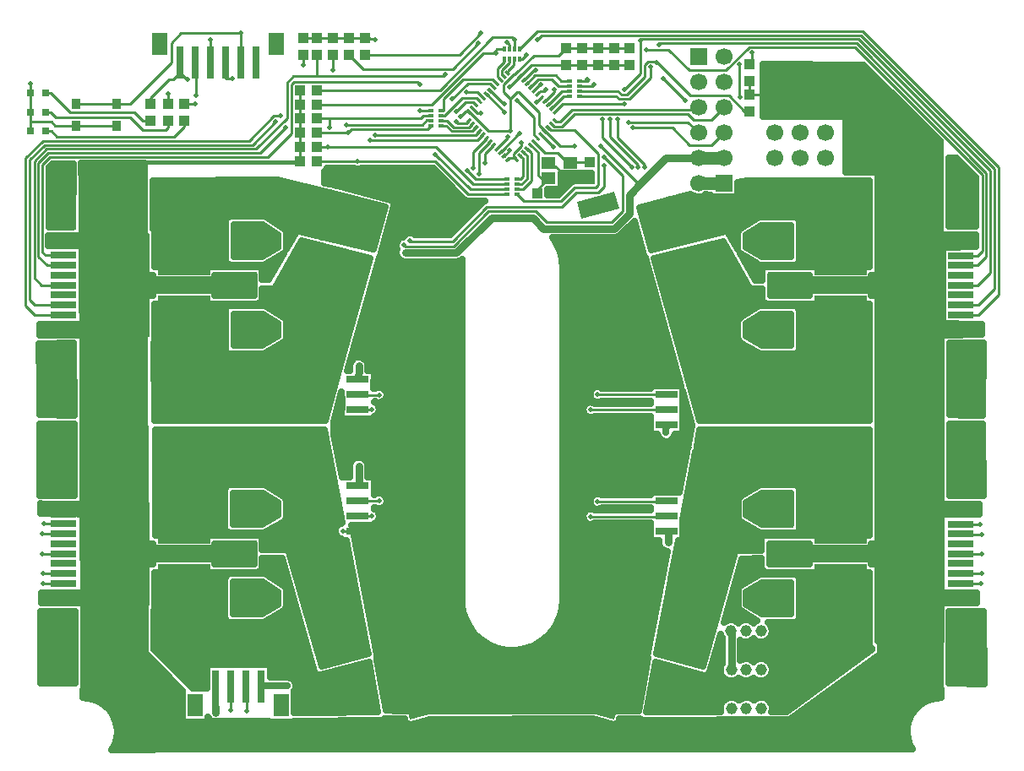
<source format=gtl>
G04 DipTrace 2.4.0.2*
%INTop.gbr*%
%MOIN*%
%ADD13C,0.01*%
%ADD14C,0.05*%
%ADD15C,0.03*%
%ADD16C,0.0276*%
%ADD17C,0.025*%
%ADD18R,0.0394X0.0433*%
%ADD19R,0.0433X0.0394*%
%ADD21R,0.0315X0.0315*%
%ADD22R,0.0866X0.0276*%
%ADD23R,0.0906X0.043*%
%ADD24C,0.046*%
%ADD25R,0.0276X0.13*%
%ADD26R,0.059X0.0906*%
%ADD27R,0.0669X0.0669*%
%ADD28C,0.0669*%
%ADD29R,0.0195X0.014*%
%ADD30R,0.014X0.0195*%
%ADD31R,0.0354X0.0394*%
%ADD32R,0.1024X0.026*%
%ADD33R,0.207X0.2453*%
%ADD34R,0.2067X0.4055*%
%ADD37R,0.0551X0.0453*%
%ADD38C,0.02*%
%ADD40C,0.026*%
%FSLAX44Y44*%
G04*
G70*
G90*
G75*
G01*
%LNTop*%
%LPD*%
X15081Y30488D2*
D13*
Y29943D1*
X15063Y29925D1*
Y29381D1*
X15081Y29363D1*
Y28818D1*
X15063Y28800D1*
Y28256D1*
X15081Y28238D1*
Y27693D1*
X15063Y27675D1*
Y27623D1*
X8918D1*
Y24748D1*
X8493Y24323D1*
X32788Y30322D2*
X33297D1*
X33788Y30813D1*
X32788Y30322D2*
Y30843D1*
X35788Y29813D2*
X37158D1*
X38798Y28173D1*
Y24070D1*
X38780Y24053D1*
X15063Y27675D2*
X8940D1*
X8148Y26883D1*
Y22844D1*
X8087Y22783D1*
X12851D2*
X8087D1*
X23267Y27756D2*
X23333Y27823D1*
X23528D1*
X23615Y27736D1*
Y27756D1*
X9168Y29933D2*
Y30173D1*
X9888Y30893D1*
X10078D1*
X10348Y31163D1*
Y31573D1*
X21735Y29635D2*
X21601D1*
X21408Y29443D1*
X10628Y30903D2*
Y30883D1*
X10348Y31163D1*
X28078Y32152D2*
X27453D1*
X26828D1*
X26203D1*
X25578D1*
X23615Y31167D2*
X23541Y31093D1*
X23508D1*
X23108Y30693D1*
Y30413D1*
X23368Y30153D1*
Y28873D1*
X22498D1*
X21735Y29635D1*
X24728Y28870D2*
Y28882D1*
X24518Y29093D1*
Y29613D1*
X23718Y30413D1*
X23628D1*
X23368Y30153D1*
X23615Y27756D2*
Y27776D1*
X23508Y27883D1*
Y27963D1*
X23818Y28273D1*
Y28403D1*
X31788Y27813D2*
D14*
X30788D1*
X23615Y31167D2*
D13*
X24291Y31843D1*
X25269D1*
X25578Y32152D1*
X30788Y27813D2*
D15*
X29518D1*
X28548Y26843D1*
D13*
X28368D1*
X26948Y28263D1*
X25918D2*
X25335D1*
X24728Y28870D1*
X29588Y12633D2*
D15*
Y12999D1*
D16*
X29525Y13063D1*
X29528Y17263D2*
X29518Y16963D1*
X28548Y26843D2*
D15*
X28058Y26353D1*
Y25613D1*
X27468Y25023D1*
X24678D1*
X24258Y25443D1*
X22628D1*
X21248Y24063D1*
X19228D1*
X17388Y15643D2*
Y14899D1*
D16*
X17351Y14863D1*
Y19063D2*
X17388Y19351D1*
D15*
Y19593D1*
X14568Y6963D2*
D16*
X13548D1*
Y6953D1*
X32088Y7603D2*
D13*
D3*
D15*
Y9133D1*
D13*
X32078Y9143D1*
X31788Y26813D2*
D14*
X30788D1*
X9858Y29933D2*
D13*
Y30333D1*
X17838Y28493D2*
X22054D1*
X22292Y28731D1*
X22153Y28870D2*
X21986Y28703D1*
X18028D1*
X10948Y29933D2*
X10938Y29943D1*
X10518D1*
X23638Y26763D2*
X23818D1*
X24038Y26983D1*
Y27890D1*
X23893Y28035D1*
X23638Y26363D2*
X23908Y26093D1*
X25368D1*
X25918Y26643D1*
X26738D1*
X26828Y26733D1*
Y27973D1*
X25908Y28893D1*
X24984D1*
X24867Y29009D1*
X25688Y30453D2*
X25406D1*
X24867Y29914D1*
X25688Y30853D2*
X25378D1*
X25168Y31063D1*
X24346D1*
X24032Y30749D1*
X23267Y31167D2*
Y31231D1*
X23518Y31483D1*
Y31683D1*
X23538Y31703D1*
X23138D2*
Y31603D1*
X22878Y31343D1*
Y30999D1*
X22988Y30888D1*
X20638Y29483D2*
X20778D1*
X21478Y30183D1*
X22023D1*
X22153Y30053D1*
X20638Y29083D2*
X20838D1*
X21058Y28863D1*
X21867D1*
X22014Y29009D1*
X24878Y27623D2*
X24998D1*
X26498Y26973D2*
X25763D1*
X25744Y26993D1*
X25097Y26403D2*
X25154D1*
X25435Y26683D1*
X25744Y26993D1*
X21875Y29775D2*
Y29786D1*
X22078Y29583D1*
X22218D1*
Y29573D1*
X17625Y32550D2*
X17000D1*
X16375D1*
X15750D1*
X15206D1*
X15188Y32532D1*
X23754Y31027D2*
X23773D1*
X23788Y31043D1*
X23768D1*
X23338Y30613D1*
X25578Y31483D2*
X26203D1*
X26828D1*
X27453D1*
X28078D1*
X7848Y29083D2*
X6234D1*
X5408D1*
X5258Y29233D1*
X4438D1*
Y28863D1*
Y30363D2*
Y29613D1*
Y29233D1*
X17351Y17263D2*
X16758D1*
X17351Y13063D2*
X16768D1*
X16758Y13073D1*
X23127Y27896D2*
Y27882D1*
X23338Y28093D1*
X25744Y26993D2*
X25574Y27163D1*
X25458D1*
X25148Y27473D1*
X25028D1*
X24878Y27623D1*
X25435Y26683D2*
Y26636D1*
X25448Y26623D1*
X25058Y28243D2*
X24589Y28712D1*
Y28731D1*
X11548Y31568D2*
X11538Y31558D1*
Y32483D1*
X18048Y32473D2*
Y32493D1*
X17858D1*
X17800Y32550D1*
X17625D1*
X4448Y30733D2*
Y30363D1*
X4438D1*
X23754Y31027D2*
X24209Y31483D1*
X25578D1*
X11748Y6953D2*
D16*
X11738Y6153D1*
D15*
Y5923D1*
X23754Y27896D2*
D13*
X23878Y27771D1*
Y27063D1*
X23778Y26963D1*
X23638D1*
X24032Y28174D2*
Y28168D1*
X24198Y28003D1*
Y26903D1*
X23878Y26583D1*
X23658D1*
X23638Y26563D1*
X25688Y30253D2*
X25485D1*
X25007Y29775D1*
X25688Y30653D2*
X25258D1*
X25008Y30903D1*
X24464D1*
X24171Y30610D1*
X23738Y31703D2*
X23828D1*
X24008Y31883D1*
X24378Y31273D2*
X24288D1*
X23903Y30888D1*
X23893D1*
X23338Y31703D2*
Y31563D1*
X23038Y31263D1*
Y31117D1*
X23127Y31027D1*
X20638Y29683D2*
X20728D1*
Y30153D1*
X21488Y30913D1*
X22685D1*
X22849Y30749D1*
X20638Y29283D2*
X20878D1*
X21138Y29023D1*
X21749D1*
X21875Y29148D1*
X30788Y29813D2*
X30638D1*
X30538Y29713D1*
X25808D1*
X25328Y29233D1*
X25200D1*
X25146Y29287D1*
X25007Y29148D2*
Y29144D1*
X25098Y29053D1*
X25388D1*
X25888Y29553D1*
X30378D1*
X30618Y29313D1*
X31288D1*
X31788Y29813D1*
X24311Y28452D2*
X24740Y28023D1*
X25238D1*
X25638Y27623D1*
X25744D1*
X26498Y27643D2*
X25764D1*
X25744Y27623D1*
X10518Y29273D2*
Y29043D1*
X10118Y28643D1*
X5478D1*
X5258Y28863D1*
X5028D1*
X24171Y28313D2*
X24458Y28027D1*
Y27123D1*
X24588Y26993D1*
X24878D1*
X24428Y26403D2*
Y26543D1*
X24878Y26993D1*
X9858Y29263D2*
Y29023D1*
X9758Y28923D1*
X8858D1*
X8358Y29423D1*
X5438D1*
X5248Y29613D1*
X5028D1*
X22710Y28313D2*
X22368Y27971D1*
Y27593D1*
X15188Y31483D2*
Y31863D1*
X15750Y28238D2*
X16158D1*
X20423D1*
X21898Y26763D1*
X23238D1*
X5726Y12973D2*
X4908D1*
X5726Y13363D2*
X4958D1*
X21678Y27293D2*
X22008Y26963D1*
X23238D1*
X5730Y11013D2*
X4928D1*
X20418Y27933D2*
X21788Y26563D1*
X23238D1*
X41149Y11393D2*
X41968D1*
X29128Y31563D2*
Y31613D1*
X28808D1*
X28678Y31483D1*
Y31003D1*
X27978Y30303D1*
X27758D1*
X27608Y30453D1*
X26088D1*
X32788Y29653D2*
X32618D1*
X31988Y30283D1*
X30458D1*
X29128Y31613D1*
X41149Y11003D2*
X41928D1*
X28888Y31393D2*
Y30963D1*
X28068Y30143D1*
X27658D1*
X27548Y30253D1*
X26088D1*
X32788Y31512D2*
X32898D1*
Y31963D1*
X26418Y30913D2*
X26478D1*
X26418Y30853D1*
X26088D1*
X41145Y12963D2*
Y12953D1*
X41968D1*
X26088Y30653D2*
X26598D1*
X26668Y30723D1*
X41888Y13343D2*
X41145D1*
Y13353D1*
X15750Y29363D2*
X16238D1*
X19828D1*
X19928Y29463D1*
X20218D1*
X20238Y29483D1*
X5726Y23573D2*
X5088D1*
X4748Y23913D1*
Y27613D1*
X5138Y28003D1*
X13498D1*
X14518Y29023D1*
X16238D2*
Y29363D1*
X5726Y23963D2*
X5028D1*
X4908Y24083D1*
Y27543D1*
X5208Y27843D1*
X13798D1*
X14728Y28773D1*
Y30723D1*
X14828Y30823D1*
X19698D1*
X19798Y30723D1*
Y29673D2*
X20248D1*
X20238Y29683D1*
X15732Y28800D2*
X16965D1*
X17118Y28953D1*
X20108D1*
X20238Y29083D1*
X5730Y22003D2*
X4608D1*
X4418Y22193D1*
Y27743D1*
X4998Y28323D1*
X13198D1*
X14118Y29243D1*
X5730Y21613D2*
X4598D1*
X4248Y21963D1*
Y27803D1*
X4928Y28483D1*
X13058D1*
X14038Y29463D1*
X14318D1*
X16918Y29113D2*
X19888D1*
X20068Y29293D1*
X20248D1*
X20238Y29283D1*
X9168Y29263D2*
X8877D1*
X8538Y29603D1*
X6008D1*
X5248Y30363D1*
X5028D1*
X15750Y30488D2*
X20593D1*
X22678Y32573D1*
X23438D1*
X23528Y32483D1*
Y32113D1*
X23538Y32103D1*
X41149Y21993D2*
X41828D1*
X42478Y22643D1*
Y27363D1*
X37188Y32653D1*
X24608D1*
X24438Y32483D1*
X41149Y21603D2*
X41828D1*
X42638Y22413D1*
Y27433D1*
X37258Y32813D1*
X24448D1*
X23738Y32103D1*
X15732Y29925D2*
X20260D1*
X22288Y31953D1*
X22698D1*
X22848Y32103D1*
X23138D1*
X41145Y23563D2*
X41808D1*
X42148Y23903D1*
Y27223D1*
X37038Y32333D1*
X29288D1*
X29238Y32283D1*
X22798Y31953D2*
X22698D1*
X41145Y23953D2*
X41788D1*
X41988Y24153D1*
Y27153D1*
X36968Y32173D1*
X32788D1*
X31878Y31263D1*
X30428D1*
X29618Y32073D1*
X28728D1*
X23228Y32363D2*
X23328Y32263D1*
Y32113D1*
X23338Y32103D1*
X15732Y27675D2*
X17348D1*
X20405D1*
X21718Y26363D1*
X23238D1*
X5730Y11403D2*
X4938D1*
X24450Y28591D2*
X24298Y28743D1*
Y29413D1*
X23628Y30083D1*
X12748Y32743D2*
Y31573D1*
X6234Y29943D2*
X7848D1*
X8358D1*
X9988Y31573D1*
Y32343D1*
X10378Y32733D1*
X12758D1*
X12748Y32743D1*
X5726Y12183D2*
X4898D1*
X21073Y30128D2*
X21688Y30743D1*
X22577D1*
X22710Y30610D1*
X16368Y31263D2*
Y31873D1*
X16375Y31881D1*
X41149Y12183D2*
X41968D1*
X24558Y30693D2*
X24533D1*
X24311Y30471D1*
X22113Y32328D2*
X21108Y31323D1*
X17559D1*
X17000Y31881D1*
X41149Y22783D2*
X41818D1*
X42308Y23273D1*
Y27293D1*
X37108Y32493D1*
X28568D1*
X28518Y32443D1*
Y31153D1*
X27878Y30513D1*
Y29933D2*
X25443D1*
X25146Y29635D1*
X17625Y31881D2*
X21356D1*
X22218Y32743D1*
X5726Y22783D2*
X4868D1*
X4588Y23063D1*
Y27683D1*
X5068Y28163D1*
X13348D1*
X14558Y29373D1*
Y30783D1*
X14808Y31033D1*
X15750D1*
X20748D1*
X20808Y31093D1*
X21648Y30403D2*
X22082D1*
X22292Y30192D1*
X15750Y31881D2*
Y31033D1*
X22431Y30331D2*
X23150Y29613D1*
X28208Y28993D2*
X29768D1*
X30438Y28323D1*
X31298D1*
X31788Y28813D1*
X22431Y28591D2*
Y28586D1*
X21898Y28053D1*
Y27393D1*
X21918Y27413D1*
X17908Y17883D2*
X17371D1*
X17351Y17863D1*
X17908Y13663D2*
X17351D1*
X26818Y18473D2*
X29518D1*
X29528Y18463D1*
X26818Y14253D2*
X29515D1*
X29525Y14263D1*
X32418Y31503D2*
Y30233D1*
X32428Y30223D1*
X27068Y27503D2*
Y26683D1*
X26828Y26443D1*
X25978D1*
X25398Y25863D1*
X22448D1*
X21108Y24523D1*
X19438D1*
X19418Y24543D1*
X12348Y5993D2*
Y6953D1*
X22571Y28452D2*
X22567D1*
X22138Y28023D1*
Y27173D1*
X18188Y18453D2*
X17361D1*
X17351Y18463D1*
X18188Y14273D2*
X17361D1*
X17351Y14263D1*
X26548Y17863D2*
X29528D1*
X26548Y13653D2*
X29515D1*
X29525Y13663D1*
X29403Y30948D2*
X30268Y30083D1*
X27058Y27833D2*
X27798Y27093D1*
Y25723D1*
X27358Y25283D1*
X24788D1*
X24368Y25703D1*
X22518D1*
X21138Y24323D1*
X19228D1*
X19178Y24373D1*
X12968Y5983D2*
Y6933D1*
X12948Y6953D1*
X23748Y28773D2*
X23718Y28743D1*
X23678D1*
X23093Y28157D1*
X23111D1*
X22988Y28035D1*
X23268Y28633D2*
Y28593D1*
X22849Y28174D1*
X24728Y30053D2*
X25098Y30423D1*
Y30493D1*
X27618Y29343D2*
Y28593D1*
X28678Y27533D1*
Y27433D1*
X24589Y30192D2*
X24577D1*
X24408Y30023D1*
X27018Y29343D2*
Y28593D1*
X28158Y27453D1*
X24450Y30331D2*
X24561Y30443D1*
X24718D1*
X24773Y30498D1*
X27318Y29343D2*
Y28653D1*
X28418Y27553D1*
Y27443D1*
X21735Y29287D2*
Y29270D1*
X21648Y29183D1*
X21288D1*
X21238Y29233D1*
X10958Y30273D2*
Y31563D1*
X10948Y31573D1*
X22014Y29914D2*
X21915Y30013D1*
X21608D1*
X21248Y29653D1*
X12398Y30943D2*
X12148D1*
Y31568D1*
X22571Y30471D2*
Y30470D1*
X23088Y29953D1*
X23128D1*
X28048Y29223D2*
X30378D1*
X30788Y28813D1*
D38*
X21408Y29443D3*
X10628Y30903D3*
X23818Y28403D3*
X23368Y28873D3*
X26948Y28263D3*
X25918D3*
X29588Y12633D3*
X29518Y16963D3*
X19228Y24063D3*
X17388Y15643D3*
Y19593D3*
X14568Y6963D3*
X9858Y30333D3*
X17838Y28493D3*
X18028Y28703D3*
X10948Y29933D3*
X16758Y17263D3*
Y13073D3*
X25448Y26623D3*
X25058Y28243D3*
X24008Y31883D3*
X24378Y31273D3*
X22368Y27593D3*
X15188Y31483D3*
X4908Y12973D3*
X16158Y28238D3*
X4958Y13363D3*
X21678Y27293D3*
X4928Y11013D3*
X20418Y27933D3*
X41968Y11393D3*
X29128Y31563D3*
X41928Y11003D3*
X28888Y31393D3*
X32898Y31963D3*
X26418Y30913D3*
X41968Y12953D3*
X32898Y31963D3*
X26668Y30723D3*
X41888Y13343D3*
X14518Y29023D3*
X16238D3*
X19798Y30723D3*
Y29673D3*
X14118Y29243D3*
X16965Y28800D3*
X14318Y29463D3*
X16918Y29113D3*
X24438Y32483D3*
X23528D3*
X29238Y32283D3*
X22798Y31953D3*
X28728Y32073D3*
X23228Y32363D3*
X4938Y11403D3*
X17348Y27675D3*
X23628Y30083D3*
X12748Y32743D3*
D3*
X4898Y12183D3*
X21073Y30128D3*
X16368Y31263D3*
X41968Y12183D3*
X24558Y30693D3*
X22113Y32328D3*
X27878Y30513D3*
Y29933D3*
X22218Y32743D3*
X28518Y32443D3*
X20808Y31093D3*
X21648Y30403D3*
X23150Y29613D3*
X28208Y28993D3*
X21918Y27413D3*
X17908Y17883D3*
Y13663D3*
X26818Y18473D3*
X21918Y27413D3*
X26818Y14253D3*
X32418Y31503D3*
X32428Y30223D3*
X27068Y27503D3*
X19418Y24543D3*
X12348Y5993D3*
X22138Y27173D3*
X18188Y18453D3*
Y14273D3*
X26548Y17863D3*
Y13653D3*
X29403Y30948D3*
X30268Y30083D3*
X27058Y27833D3*
X19178Y24373D3*
X12968Y5983D3*
X23748Y28773D3*
X23268Y28633D3*
X25098Y30493D3*
X27618Y29343D3*
X28678Y27433D3*
X24408Y30023D3*
X27018Y29343D3*
X28158Y27453D3*
X24773Y30498D3*
X27318Y29343D3*
X28418Y27443D3*
X21238Y29233D3*
X10958Y30273D3*
X21248Y29653D3*
X12398Y30943D3*
X23128Y29953D3*
X28048Y29223D3*
X23338Y28093D3*
D40*
X13558Y21595D3*
Y21220D3*
Y20845D3*
Y20470D3*
X13858Y21408D3*
X14158Y21220D3*
X13858Y21033D3*
X14158Y20845D3*
X13858Y20658D3*
X13558Y14495D3*
Y14120D3*
Y13745D3*
Y13370D3*
X13858Y14308D3*
X14158Y14120D3*
X13858Y13933D3*
X14158Y13745D3*
X13858Y13558D3*
X13558Y10985D3*
Y10610D3*
Y10235D3*
Y9860D3*
X13858Y10798D3*
X14158Y10610D3*
X13858Y10423D3*
X14158Y10235D3*
X13858Y10048D3*
X33318Y23980D3*
Y24355D3*
Y24730D3*
Y25105D3*
X33018Y24168D3*
X32718Y24355D3*
X33018Y24543D3*
X32718Y24730D3*
X33018Y24918D3*
X33318Y20470D3*
Y20845D3*
Y21220D3*
Y21595D3*
X33018Y20658D3*
X32718Y20845D3*
X33018Y21033D3*
X32718Y21220D3*
X33018Y21408D3*
X33318Y13380D3*
Y13755D3*
Y14130D3*
Y14505D3*
X33018Y13568D3*
X32718Y13755D3*
X33018Y13943D3*
X32718Y14130D3*
X33018Y14318D3*
X13558Y25103D3*
Y24728D3*
Y24353D3*
Y23978D3*
X13858Y24915D3*
X14158Y24728D3*
X13858Y24540D3*
X14158Y24353D3*
X13858Y24165D3*
X33318Y9870D3*
Y10245D3*
Y10620D3*
Y10995D3*
X33018Y10058D3*
X32718Y10245D3*
X33018Y10433D3*
X32718Y10620D3*
X33018Y10808D3*
X11055Y26633D3*
X11493Y25883D3*
Y26383D3*
X9805Y25883D3*
Y26383D3*
X10243Y26633D3*
X10650Y26393D3*
X10213Y25623D3*
X10650Y25873D3*
Y25373D3*
X11088Y25623D3*
X11493Y24333D3*
Y25333D3*
Y24833D3*
X11055Y24583D3*
X9805Y24333D3*
Y25333D3*
Y24833D3*
X10243Y24583D3*
X10650Y24843D3*
X9805Y23823D3*
X10650Y24323D3*
Y23823D3*
X11088Y23573D3*
X10213D3*
X11493Y23823D3*
X11025Y11393D3*
X11463Y10643D3*
Y11143D3*
X9775Y10643D3*
Y11143D3*
X10213Y11393D3*
X10620Y11153D3*
X10183Y10383D3*
X10620Y10633D3*
Y10133D3*
X11058Y10383D3*
X11463Y9093D3*
Y10093D3*
Y9593D3*
X11025Y9343D3*
X9775Y9093D3*
Y10093D3*
Y9593D3*
X10213Y9343D3*
X10620Y9603D3*
X9775Y8583D3*
X10620Y9083D3*
Y8583D3*
X11058Y8333D3*
X10183D3*
X11463Y8583D3*
X11050Y16030D3*
X11488Y15280D3*
Y15780D3*
X9800Y15280D3*
Y15780D3*
X10238Y16030D3*
X10645Y15790D3*
X10208Y15020D3*
X10645Y15270D3*
Y14770D3*
X11083Y15020D3*
X11488Y13730D3*
Y14730D3*
Y14230D3*
X11050Y13980D3*
X9800Y13730D3*
Y14730D3*
Y14230D3*
X10238Y13980D3*
X10645Y14240D3*
X9800Y13220D3*
X10645Y13720D3*
Y13220D3*
X11083Y12970D3*
X10208D3*
X11488Y13220D3*
X8488Y13720D3*
X8925Y12970D3*
Y13470D3*
X7238Y12970D3*
X7237Y13470D3*
X7675Y13720D3*
X8083Y13480D3*
X7645Y12710D3*
X8083Y12960D3*
Y12460D3*
X8520Y12710D3*
X8925Y11420D3*
Y12420D3*
Y11920D3*
X8488Y11670D3*
X7238Y11420D3*
Y12420D3*
Y11920D3*
X7675Y11670D3*
X8083Y11930D3*
X7238Y10910D3*
X8083Y11410D3*
Y10910D3*
X8520Y10660D3*
X7645D3*
X8925Y10910D3*
X8493Y24323D3*
X8930Y23573D3*
Y24073D3*
X7243Y23573D3*
X7242Y24073D3*
X7680Y24323D3*
X8088Y24083D3*
X7650Y23313D3*
X8088Y23563D3*
Y23063D3*
X8525Y23313D3*
X8930Y22023D3*
Y23023D3*
Y22523D3*
X8493Y22273D3*
X7243Y22023D3*
Y23023D3*
Y22523D3*
X7680Y22273D3*
X8088Y22533D3*
X11031Y21995D3*
X11468Y21245D3*
X7243Y21513D3*
X11468Y21745D3*
X8088Y22013D3*
Y21513D3*
X8525Y21263D3*
X7650D3*
X9781Y21245D3*
X8930Y21513D3*
X9781Y21745D3*
X10218Y21995D3*
X10626Y21755D3*
X10188Y20985D3*
X10626Y21235D3*
Y20735D3*
X11063Y20985D3*
X11468Y19695D3*
Y20695D3*
Y20195D3*
X11031Y19945D3*
X9781Y19695D3*
Y20695D3*
Y20195D3*
X10218Y19945D3*
X10626Y20205D3*
X9781Y19185D3*
X10626Y19685D3*
Y19185D3*
X11063Y18935D3*
X10188D3*
X11468Y19185D3*
X35837Y12970D3*
X35399Y13720D3*
Y13220D3*
X37087Y13720D3*
Y13220D3*
X36649Y12970D3*
X36242Y13210D3*
X36679Y13980D3*
X36242Y13730D3*
Y14230D3*
X35804Y13980D3*
X35399Y15270D3*
Y14270D3*
Y14770D3*
X35837Y15020D3*
X37087Y15270D3*
Y14270D3*
Y14770D3*
X36649Y15020D3*
X36242Y14760D3*
X37087Y15780D3*
X36242Y15280D3*
Y15780D3*
X35804Y16030D3*
X36679D3*
X35399Y15780D3*
X35812Y8333D3*
X35375Y9083D3*
Y8583D3*
X37062Y9083D3*
Y8583D3*
X36625Y8333D3*
X36217Y8573D3*
X36655Y9343D3*
X36217Y9093D3*
Y9593D3*
X35780Y9343D3*
X35375Y10633D3*
Y9633D3*
Y10133D3*
X35812Y10383D3*
X37062Y10633D3*
Y9633D3*
Y10133D3*
X36625Y10383D3*
X36217Y10123D3*
X37062Y11143D3*
X36217Y10643D3*
Y11143D3*
X35780Y11393D3*
X36655D3*
X35375Y11143D3*
X38375Y10643D3*
X37937Y11393D3*
Y10893D3*
X39625Y11393D3*
Y10893D3*
X39187Y10643D3*
X38780Y10883D3*
X39217Y11653D3*
X38780Y11403D3*
Y11903D3*
X38342Y11653D3*
X37937Y12943D3*
Y11943D3*
Y12443D3*
X38375Y12693D3*
X39625Y12943D3*
Y11943D3*
Y12443D3*
X39187Y12693D3*
X38780Y12433D3*
X39625Y13453D3*
X38780Y12953D3*
Y13453D3*
X38342Y13703D3*
X39217D3*
X37937Y13453D3*
X35838Y23570D3*
X35400Y24320D3*
Y23820D3*
X37088Y24320D3*
Y23820D3*
X36650Y23570D3*
X36243Y23810D3*
X36680Y24580D3*
X36243Y24330D3*
Y24830D3*
X35805Y24580D3*
X35400Y25870D3*
Y24870D3*
Y25370D3*
X35838Y25620D3*
X37088Y25870D3*
Y24870D3*
Y25370D3*
X36650Y25620D3*
X36243Y25360D3*
X37088Y26380D3*
X36243Y25880D3*
Y26380D3*
X35805Y26630D3*
X36680D3*
X35400Y26380D3*
X35813Y18933D3*
X35375Y19683D3*
Y19183D3*
X37063Y19683D3*
Y19183D3*
X36625Y18933D3*
X36218Y19173D3*
X36655Y19943D3*
X36218Y19693D3*
Y20193D3*
X35780Y19943D3*
X35375Y21233D3*
Y20233D3*
Y20733D3*
X35813Y20983D3*
X37063Y21233D3*
Y20233D3*
Y20733D3*
X36625Y20983D3*
X36218Y20723D3*
X37063Y21743D3*
X36218Y21243D3*
Y21743D3*
X35780Y21993D3*
X36655D3*
X35375Y21743D3*
X38375Y21243D3*
X37938Y21993D3*
Y21493D3*
X39625Y21993D3*
X39626Y21493D3*
X39188Y21243D3*
X38780Y21483D3*
X39218Y22253D3*
X38780Y22003D3*
Y22503D3*
X38343Y22253D3*
X37938Y23543D3*
Y22543D3*
Y23043D3*
X38375Y23293D3*
X39625Y23543D3*
Y22543D3*
Y23043D3*
X39188Y23293D3*
X38780Y23033D3*
X39625Y24053D3*
X38780Y23553D3*
Y24053D3*
X38343Y24303D3*
X39218D3*
X37938Y24053D3*
D38*
X5938Y9063D3*
X5438D3*
Y8563D3*
X5938D3*
X5438Y8063D3*
X5938D3*
Y16273D3*
X5438D3*
Y15773D3*
X5938D3*
X5438Y15273D3*
X5938D3*
Y19533D3*
X5438D3*
Y19033D3*
X5938D3*
X5438Y18533D3*
X5938D3*
Y26913D3*
X5438D3*
Y26413D3*
X5938D3*
X5438Y25913D3*
X5938D3*
X41598Y8953D3*
X41098D3*
Y8453D3*
X41598D3*
X41098Y7953D3*
X41598D3*
Y16253D3*
X41098D3*
Y15753D3*
X41598D3*
X41098Y15253D3*
X41598D3*
X41618Y19483D3*
X41118D3*
Y18983D3*
X41618D3*
X41118Y18483D3*
X41618D3*
X41558Y26823D3*
X41058D3*
Y26323D3*
X41558D3*
X41058Y25823D3*
X41558D3*
X20438Y23363D3*
Y22363D3*
Y21363D3*
Y20363D3*
Y19363D3*
Y17363D3*
Y18363D3*
Y16363D3*
Y15363D3*
Y14363D3*
Y13363D3*
Y12363D3*
Y11363D3*
Y10363D3*
Y9363D3*
X19438D3*
Y13363D3*
Y14363D3*
Y17363D3*
Y18363D3*
Y20363D3*
X27438Y23363D3*
Y22363D3*
X20438Y8363D3*
X27438Y20363D3*
Y19363D3*
X21438Y8363D3*
X27438Y17363D3*
Y16363D3*
Y15363D3*
X22438Y8363D3*
X27438Y13363D3*
Y12363D3*
X24438Y8363D3*
X25438D3*
X26438D3*
Y9363D3*
Y10363D3*
Y11363D3*
Y12363D3*
Y13363D3*
X25438Y9363D3*
X21438D3*
X4448Y30733D3*
X11538Y32483D3*
X18048Y32473D3*
X22218Y29573D3*
X23338Y30613D3*
X29438Y11363D3*
Y15363D3*
Y16363D3*
X30438D3*
X29438Y20363D3*
X18438Y22363D3*
Y23363D3*
X19438Y25363D3*
X20438D3*
Y26363D3*
X11738Y5923D3*
X18438Y26363D3*
X16438Y27363D3*
X33368Y31259D2*
D17*
X37517D1*
X33364Y31010D2*
X37763D1*
X33364Y30762D2*
X38013D1*
X33364Y30513D2*
X38263D1*
X33364Y30264D2*
X38509D1*
X33360Y30016D2*
X38759D1*
X33360Y29767D2*
X39009D1*
X33360Y29518D2*
X39255D1*
X36637Y29270D2*
X39505D1*
X36637Y29021D2*
X39755D1*
X36633Y28772D2*
X40001D1*
X36633Y28523D2*
X40251D1*
X36633Y28275D2*
X40310D1*
X36633Y28026D2*
X40310D1*
X36629Y27777D2*
X40310D1*
X36629Y27529D2*
X40310D1*
X36629Y27280D2*
X40310D1*
X37887Y27031D2*
X40310D1*
X37887Y26783D2*
X40310D1*
X37887Y26534D2*
X40310D1*
X37887Y26285D2*
X40310D1*
X37887Y26037D2*
X40310D1*
X37887Y25788D2*
X40310D1*
X37887Y25539D2*
X40310D1*
X37887Y25291D2*
X40310D1*
X37887Y25042D2*
X40310D1*
X37887Y24793D2*
X40310D1*
X37887Y24544D2*
X41724D1*
X37887Y24296D2*
X41009D1*
X37887Y24047D2*
X40419D1*
X37887Y23798D2*
X40419D1*
X37887Y23550D2*
X40419D1*
X37887Y23301D2*
X40419D1*
X37887Y23052D2*
X40419D1*
X37887Y22804D2*
X40423D1*
X37887Y22555D2*
X40419D1*
X37887Y22306D2*
X40419D1*
X37887Y22058D2*
X40423D1*
X37887Y21809D2*
X40423D1*
X37887Y21560D2*
X40423D1*
X37887Y21312D2*
X40423D1*
X37887Y21063D2*
X41939D1*
X37887Y20814D2*
X40349D1*
X37887Y20565D2*
X40349D1*
X37887Y20317D2*
X40349D1*
X37887Y20068D2*
X40349D1*
X37887Y19819D2*
X40349D1*
X37887Y19571D2*
X40349D1*
X37887Y19322D2*
X40349D1*
X37887Y19073D2*
X40349D1*
X37887Y18825D2*
X40345D1*
X37887Y18576D2*
X40345D1*
X37887Y18327D2*
X40345D1*
X37887Y18079D2*
X40345D1*
X37887Y17830D2*
X40345D1*
X37887Y17581D2*
X40345D1*
X37887Y17333D2*
X40345D1*
X37887Y17084D2*
X40345D1*
X37887Y16835D2*
X40341D1*
X37887Y16586D2*
X40341D1*
X37887Y16338D2*
X40341D1*
X37887Y16089D2*
X40341D1*
X37887Y15840D2*
X40341D1*
X37887Y15592D2*
X40341D1*
X37887Y15343D2*
X40341D1*
X37887Y15094D2*
X40341D1*
X37887Y14846D2*
X40337D1*
X37887Y14597D2*
X40337D1*
X37887Y14348D2*
X40337D1*
X37887Y14100D2*
X41837D1*
X37887Y13851D2*
X41837D1*
X37887Y13602D2*
X40337D1*
X37887Y13354D2*
X40337D1*
X37887Y13105D2*
X40337D1*
X37887Y12856D2*
X40337D1*
X37887Y12607D2*
X40337D1*
X37887Y12359D2*
X40337D1*
X37887Y12110D2*
X40337D1*
X37887Y11861D2*
X40337D1*
X37887Y11613D2*
X40337D1*
X37887Y11364D2*
X40337D1*
X37887Y11115D2*
X40337D1*
X37887Y10867D2*
X40337D1*
X37887Y10618D2*
X41747D1*
X37887Y10369D2*
X41747D1*
X37887Y10121D2*
X40337D1*
X37887Y9872D2*
X40337D1*
X37887Y9623D2*
X40333D1*
X37887Y9375D2*
X40333D1*
X37887Y9126D2*
X40333D1*
X37887Y8877D2*
X40329D1*
X40448Y21672D2*
X40447Y22072D1*
X40443Y22197D1*
X40447Y22849D1*
X40443Y23102D1*
X40446Y23494D1*
X40443Y23742D1*
X40446Y23884D1*
X40443Y24132D1*
Y24274D1*
X41071D1*
X41140Y24306D1*
X41748Y24308D1*
X41747Y24782D1*
X41183Y24778D1*
X40458D1*
X40352Y24839D1*
X40333Y24903D1*
Y28469D1*
X37312Y31487D1*
X33342Y31507D1*
X33333Y29456D1*
X36488Y29458D1*
X36593Y29397D1*
X36613Y29332D1*
X36603Y27258D1*
X37738D1*
X37843Y27197D1*
X37863Y27133D1*
Y8737D1*
X40354Y8729D1*
X40363Y10104D1*
X40425Y10209D1*
X40488Y10228D1*
X41773D1*
Y10648D1*
X40488D1*
X40382Y10709D1*
X40363Y10773D1*
Y13615D1*
X40424Y13721D1*
X40488Y13740D1*
X41867Y13738D1*
X41863Y14140D1*
X40488Y14135D1*
X40382Y14196D1*
X40363Y14260D1*
X40375Y20696D1*
X40437Y20801D1*
X40500Y20821D1*
X41963Y20828D1*
Y21238D1*
X41135Y21240D1*
X40977Y21282D1*
X40447D1*
X40451Y21924D1*
X40447Y22074D1*
X33628Y12339D2*
X37713D1*
X33628Y12090D2*
X37713D1*
X33628Y11842D2*
X35135D1*
X37613Y12588D2*
Y12405D1*
X35161D1*
Y12589D1*
X33603Y12588D1*
Y11778D1*
X35161D1*
Y11960D1*
X37613D1*
Y11776D1*
X37740Y11778D1*
X37733Y12588D1*
X37612D1*
X33648Y22939D2*
X37733D1*
X33648Y22690D2*
X37733D1*
X33648Y22442D2*
X35135D1*
X37613Y23188D2*
Y23005D1*
X35161D1*
Y23189D1*
X33623Y23188D1*
Y22378D1*
X35158D1*
X35161Y22560D1*
X37613D1*
Y22376D1*
X37760Y22378D1*
X37753Y23188D1*
X37616D1*
X9148Y12339D2*
X13229D1*
X9148Y12090D2*
X13229D1*
X11740Y11842D2*
X13229D1*
X9388Y11960D2*
X11715D1*
Y11776D1*
X12748D1*
X13253Y11778D1*
Y12586D1*
X11718Y12584D1*
X11715Y12405D1*
X9263D1*
Y12581D1*
X9123Y12578D1*
Y11769D1*
X9259Y11768D1*
X9263Y11960D1*
X9388D1*
X9148Y22939D2*
X13229D1*
X9148Y22690D2*
X13229D1*
X11740Y22442D2*
X13229D1*
X9388Y22560D2*
X11715D1*
Y22376D1*
X12748D1*
X13253Y22378D1*
Y23186D1*
X11718Y23184D1*
X11715Y23005D1*
X9263D1*
Y23181D1*
X9123Y23178D1*
Y22369D1*
X9259Y22368D1*
X9263Y22560D1*
X9388D1*
X6480Y27509D2*
X8918D1*
X6480Y27260D2*
X8918D1*
X6480Y27012D2*
X8918D1*
X6480Y26763D2*
X8918D1*
X6484Y26514D2*
X8918D1*
X6484Y26266D2*
X8922D1*
X6484Y26017D2*
X8922D1*
X6484Y25768D2*
X8922D1*
X6484Y25520D2*
X8922D1*
X6488Y25271D2*
X8922D1*
X6488Y25022D2*
X8922D1*
X6488Y24773D2*
X8922D1*
X6488Y24525D2*
X8922D1*
X6492Y24276D2*
X8922D1*
X6492Y24027D2*
X8922D1*
X6492Y23779D2*
X8922D1*
X6492Y23530D2*
X8926D1*
X6492Y23281D2*
X8926D1*
X6495Y23033D2*
X8926D1*
X6495Y22784D2*
X8926D1*
X6495Y22535D2*
X8926D1*
X6495Y22287D2*
X8926D1*
X6495Y22038D2*
X8926D1*
X6499Y21789D2*
X8926D1*
X6499Y21541D2*
X8926D1*
X6499Y21292D2*
X8926D1*
X6499Y21043D2*
X8926D1*
X6503Y20794D2*
X8930D1*
X6503Y20546D2*
X8930D1*
X6503Y20297D2*
X8930D1*
X6503Y20048D2*
X8930D1*
X6503Y19800D2*
X8930D1*
X6507Y19551D2*
X8930D1*
X6507Y19302D2*
X8930D1*
X6507Y19054D2*
X8930D1*
X6507Y18805D2*
X8930D1*
X6507Y18556D2*
X8930D1*
X6511Y18308D2*
X8930D1*
X6511Y18059D2*
X8934D1*
X6511Y17810D2*
X8934D1*
X6511Y17562D2*
X8934D1*
X6515Y17313D2*
X8934D1*
X6515Y17064D2*
X8934D1*
X6515Y16815D2*
X8934D1*
X6515Y16567D2*
X8934D1*
X6515Y16318D2*
X8934D1*
X6519Y16069D2*
X8934D1*
X6519Y15821D2*
X8934D1*
X6519Y15572D2*
X8934D1*
X6519Y15323D2*
X8938D1*
X6519Y15075D2*
X8938D1*
X6523Y14826D2*
X8938D1*
X6523Y14577D2*
X8938D1*
X6523Y14329D2*
X8938D1*
X6523Y14080D2*
X8938D1*
X6523Y13831D2*
X8938D1*
X6527Y13583D2*
X8938D1*
X6527Y13334D2*
X8938D1*
X6527Y13085D2*
X8938D1*
X6527Y12836D2*
X8938D1*
X6531Y12588D2*
X8942D1*
X6531Y12339D2*
X8942D1*
X6531Y12090D2*
X8942D1*
X6531Y11842D2*
X8942D1*
X6531Y11593D2*
X8942D1*
X6535Y11344D2*
X8942D1*
X6535Y11096D2*
X8942D1*
X6535Y10847D2*
X8942D1*
X6535Y10598D2*
X8942D1*
X6535Y10350D2*
X8942D1*
X6538Y10101D2*
X8942D1*
X6538Y9852D2*
X8945D1*
X6538Y9604D2*
X8945D1*
X6538Y9355D2*
X8945D1*
X6542Y9106D2*
X8945D1*
X6542Y8857D2*
X8945D1*
X6542Y8609D2*
X8945D1*
X6542Y8360D2*
X8945D1*
X6542Y8111D2*
X8945D1*
X6546Y7863D2*
X8945D1*
X6546Y7614D2*
X8945D1*
X6546Y7365D2*
X8945D1*
X6546Y7117D2*
X8949D1*
X8942Y27602D2*
X6450D1*
X6457Y26613D1*
X6524Y7076D1*
X8973Y7049D1*
X8943Y27598D1*
X5176Y24499D2*
X8989D1*
X5149Y24742D2*
Y24328D1*
X9013Y24338D1*
Y24748D1*
X5150Y24739D1*
X4828Y21009D2*
X8979D1*
X4803Y21254D2*
Y20816D1*
X9003Y20828D1*
X9002Y21238D1*
X4803Y21257D1*
X4864Y13909D2*
X8978D1*
X4841Y14160D2*
X4835Y13769D1*
X7709Y13747D1*
X9002Y13739D1*
X9003Y14148D1*
X4842Y14157D1*
X4908Y10399D2*
X8989D1*
X4883Y10644D2*
X4884Y10257D1*
X9013Y10229D1*
Y10638D1*
X4884Y10647D1*
X32360Y26669D2*
X37509D1*
X32360Y26420D2*
X37509D1*
X29676Y26172D2*
X37509D1*
X28735Y25923D2*
X37509D1*
X28528Y25674D2*
X37509D1*
X28598Y25426D2*
X33072D1*
X34758D2*
X37509D1*
X28669Y25177D2*
X32673D1*
X34786D2*
X37509D1*
X28739Y24928D2*
X32341D1*
X34786D2*
X37509D1*
X28809Y24680D2*
X30935D1*
X32090D2*
X32322D1*
X34786D2*
X37509D1*
X28880Y24431D2*
X29915D1*
X34786D2*
X37509D1*
X34786Y24182D2*
X37509D1*
X34786Y23933D2*
X37509D1*
X32669Y23685D2*
X33009D1*
X34758D2*
X37509D1*
X32813Y23436D2*
X33283D1*
X32958Y23187D2*
X33271D1*
X33058Y23671D2*
X32444Y24031D1*
X33050Y22987D1*
X33296Y22983D1*
X33297Y23316D1*
X33307Y23376D1*
Y23505D1*
X33435D1*
X33498Y23515D1*
X37533D1*
X37536Y24578D1*
Y26910D1*
X32712Y26918D1*
X32335Y26829D1*
Y26276D1*
X31261D1*
Y26358D1*
X31083Y26361D1*
X31010Y26320D1*
X30890Y26284D1*
X30766Y26277D1*
X30643Y26299D1*
X30529Y26348D1*
X30476Y26388D1*
X28454Y25855D1*
X28925Y24184D1*
X31838Y24894D1*
X31955Y24860D1*
X31976Y24836D1*
X32346Y24203D1*
Y24843D1*
X32386Y24962D1*
X32358Y24911D1*
X32440Y25014D1*
X33144Y25455D1*
X33248Y25485D1*
X34562Y25484D1*
X34682Y25455D1*
X34734D1*
Y25380D1*
X34760Y25292D1*
X34759Y23779D1*
X34734Y23660D1*
Y23621D1*
X34676D1*
X34620Y23592D1*
X34558Y23581D1*
X33264Y23582D1*
X33307Y23505D1*
X33432D1*
X30868Y24289D2*
X31869D1*
X29864Y24040D2*
X32009D1*
X29083Y23792D2*
X32146D1*
X29149Y23543D2*
X32287D1*
X29220Y23294D2*
X32427D1*
X29290Y23046D2*
X32564D1*
X29360Y22797D2*
X32705D1*
X29427Y22548D2*
X33271D1*
X29497Y22300D2*
X33271D1*
X29567Y22051D2*
X37509D1*
X29638Y21802D2*
X32892D1*
X34782D2*
X37509D1*
X29704Y21553D2*
X32494D1*
X34786D2*
X37509D1*
X29774Y21305D2*
X32322D1*
X34786D2*
X37509D1*
X29845Y21056D2*
X32322D1*
X34786D2*
X37509D1*
X29911Y20807D2*
X32322D1*
X34786D2*
X37509D1*
X29981Y20559D2*
X32373D1*
X34786D2*
X37509D1*
X30052Y20310D2*
X32779D1*
X34786D2*
X37509D1*
X30122Y20061D2*
X37509D1*
X30188Y19813D2*
X37509D1*
X30259Y19564D2*
X37509D1*
X30329Y19315D2*
X37509D1*
X30395Y19067D2*
X37509D1*
X30466Y18818D2*
X37509D1*
X30536Y18569D2*
X37509D1*
X30606Y18321D2*
X37509D1*
X30673Y18072D2*
X37509D1*
X30743Y17823D2*
X37509D1*
X30813Y17574D2*
X37509D1*
X33433Y22061D2*
X33307D1*
Y22190D1*
X33296Y22253D1*
Y22632D1*
X32898Y22628D1*
X32789Y22692D1*
X31764Y24522D1*
X31373Y24421D1*
X29041Y23842D1*
X30823Y17447D1*
X37537Y17438D1*
X37536Y22050D1*
X33494Y22052D1*
X33438Y22061D1*
X33498Y21975D1*
X34558D1*
X34675Y21937D1*
X34749Y21835D1*
X34760Y21773D1*
X34759Y20269D1*
X34734Y20150D1*
Y20111D1*
X34676D1*
X34620Y20082D1*
X34558Y20071D1*
X33264Y20072D1*
X33166Y20098D1*
X32446Y20518D1*
X32363Y20613D1*
X32389Y20568D1*
X32346Y20693D1*
Y21333D1*
X32386Y21452D1*
X32358Y21401D1*
X32440Y21504D1*
X33144Y21945D1*
X33248Y21975D1*
X33498D1*
X30825Y16819D2*
X37510D1*
X30778Y16570D2*
X37510D1*
X30763Y16322D2*
X37510D1*
X30681Y16073D2*
X37510D1*
X30634Y15824D2*
X37510D1*
X30583Y15576D2*
X37510D1*
X30536Y15327D2*
X37510D1*
X30485Y15078D2*
X37510D1*
X30438Y14830D2*
X33056D1*
X34759D2*
X37510D1*
X30388Y14581D2*
X32658D1*
X34794D2*
X37510D1*
X30341Y14332D2*
X32342D1*
X34794D2*
X37510D1*
X30290Y14083D2*
X32330D1*
X34794D2*
X37510D1*
X30243Y13835D2*
X32330D1*
X34794D2*
X37510D1*
X30192Y13586D2*
X32334D1*
X34794D2*
X37510D1*
X30185Y13337D2*
X32623D1*
X34794D2*
X37510D1*
X30185Y13089D2*
X33049D1*
X34759D2*
X37510D1*
X30185Y12840D2*
X33283D1*
X30001Y12591D2*
X33252D1*
X29950Y12343D2*
X33252D1*
X29903Y12094D2*
X32174D1*
X29853Y11845D2*
X32103D1*
X29806Y11597D2*
X32033D1*
X29763Y11348D2*
X31963D1*
X29708Y11099D2*
X31892D1*
X29657Y10851D2*
X31822D1*
X29610Y10602D2*
X31752D1*
X29560Y10353D2*
X31681D1*
X29513Y10104D2*
X31611D1*
X29462Y9856D2*
X31541D1*
X29415Y9607D2*
X31467D1*
X29368Y9358D2*
X31396D1*
X29317Y9110D2*
X31326D1*
X29270Y8861D2*
X31256D1*
X29220Y8612D2*
X31185D1*
X29173Y8364D2*
X31115D1*
X29610Y8115D2*
X31045D1*
X30513Y7866D2*
X30974D1*
X30160Y13538D2*
X30156Y13323D1*
X30160Y12903D1*
Y12723D1*
X29999D1*
X29739Y11385D1*
X29714Y11241D1*
X29694Y11158D1*
X29122Y8241D1*
X30958Y7737D1*
X31030Y7978D1*
X32238Y12227D1*
X32325Y12312D1*
X32357Y12318D1*
X33275Y12321D1*
X33277Y12716D1*
X33307Y12866D1*
Y12905D1*
X33412D1*
X33478Y12915D1*
X37536D1*
X37533Y13463D1*
Y17068D1*
X30849D1*
X30729Y16444D1*
X30740Y16363D1*
X30714Y16241D1*
X30681Y16194D1*
X30160Y13538D1*
Y13278D1*
X34734Y13087D2*
Y13021D1*
X34652D1*
X34577Y13001D1*
X33274Y13002D1*
X33176Y13028D1*
X32456Y13448D1*
X32373Y13543D1*
X32399Y13498D1*
X32356Y13623D1*
Y14263D1*
X32396Y14382D1*
X32368Y14331D1*
X32450Y14434D1*
X33154Y14875D1*
X33258Y14905D1*
X34568D1*
X34685Y14867D1*
X34759Y14765D1*
X34770Y14703D1*
X34769Y13199D1*
X34760Y13143D1*
X32476Y11779D2*
X33251D1*
X32406Y11530D2*
X33282D1*
X32336Y11282D2*
X33012D1*
X34769D2*
X37512D1*
X32262Y11033D2*
X32614D1*
X34793D2*
X37512D1*
X32191Y10784D2*
X32337D1*
X34793D2*
X37512D1*
X32121Y10536D2*
X32333D1*
X34793D2*
X37512D1*
X32051Y10287D2*
X32333D1*
X34793D2*
X37512D1*
X31980Y10038D2*
X32340D1*
X34793D2*
X37512D1*
X31910Y9790D2*
X32669D1*
X34793D2*
X37512D1*
X32269Y9541D2*
X32477D1*
X32859D2*
X33067D1*
X34758D2*
X37512D1*
X33687Y9292D2*
X37512D1*
X33703Y9043D2*
X37512D1*
X33539Y8795D2*
X37512D1*
X31558Y8546D2*
X31712D1*
X32465D2*
X37524D1*
X31484Y8297D2*
X31712D1*
X32465D2*
X37489D1*
X31414Y8049D2*
X31712D1*
X32465D2*
X37149D1*
X29105Y7800D2*
X29473D1*
X31344D2*
X31680D1*
X33680D2*
X36805D1*
X29058Y7551D2*
X30376D1*
X31273D2*
X31633D1*
X33723D2*
X36462D1*
X29015Y7303D2*
X31751D1*
X33605D2*
X36118D1*
X28973Y7054D2*
X35774D1*
X28926Y6805D2*
X35430D1*
X28883Y6557D2*
X35090D1*
X28840Y6308D2*
X31696D1*
X33664D2*
X34747D1*
X28793Y6059D2*
X31633D1*
X33726D2*
X34403D1*
X31680Y5951D2*
X31669Y5977D1*
X31656Y6101D1*
X31679Y6223D1*
X31736Y6334D1*
X31823Y6424D1*
X31931Y6485D1*
X32052Y6513D1*
X32177Y6506D1*
X32293Y6463D1*
X32384Y6395D1*
X32413Y6424D1*
X32521Y6485D1*
X32643Y6513D1*
X32767Y6506D1*
X32884Y6463D1*
X32975Y6395D1*
X33004Y6424D1*
X33112Y6485D1*
X33233Y6513D1*
X33358Y6506D1*
X33475Y6463D1*
X33574Y6388D1*
X33649Y6288D1*
X33692Y6171D1*
X33701Y6083D1*
X33681Y5956D1*
X34285Y5958D1*
X37648Y8394D1*
X37620Y8449D1*
X37547Y8551D1*
X37536Y8613D1*
Y11453D1*
X34368Y11451D1*
X33474Y11452D1*
X33418Y11461D1*
X33307D1*
Y11543D1*
X33287Y11590D1*
X33276Y11653D1*
Y11993D1*
X32508Y11990D1*
X31793Y9466D1*
X31921Y9545D1*
X32042Y9573D1*
X32167Y9566D1*
X32283Y9523D1*
X32374Y9455D1*
X32403Y9484D1*
X32511Y9545D1*
X32633Y9573D1*
X32757Y9566D1*
X32874Y9523D1*
X32965Y9455D1*
X32994Y9484D1*
X33113Y9548D1*
X32456Y9928D1*
X32373Y10023D1*
X32399Y9978D1*
X32356Y10103D1*
Y10743D1*
X32396Y10862D1*
X32368Y10811D1*
X32450Y10914D1*
X33154Y11355D1*
X33258Y11385D1*
X34568D1*
X34685Y11347D1*
X34759Y11245D1*
X34770Y11183D1*
X34769Y9679D1*
X34760Y9623D1*
X34734Y9550D1*
Y9511D1*
X34676D1*
X34630Y9492D1*
X34568Y9481D1*
X33525D1*
X33564Y9448D1*
X33639Y9348D1*
X33682Y9231D1*
X33691Y9143D1*
X33673Y9019D1*
X33621Y8906D1*
X33538Y8813D1*
X33433Y8747D1*
X33312Y8714D1*
X33188Y8717D1*
X33069Y8755D1*
X32964Y8828D1*
X32842Y8747D1*
X32722Y8714D1*
X32597Y8717D1*
X32479Y8755D1*
X32437Y8783D1*
X32440Y8133D1*
Y7965D1*
X32521Y8005D1*
X32643Y8033D1*
X32767Y8026D1*
X32884Y7983D1*
X32975Y7915D1*
X33004Y7944D1*
X33112Y8005D1*
X33233Y8033D1*
X33358Y8026D1*
X33475Y7983D1*
X33574Y7908D1*
X33649Y7808D1*
X33692Y7691D1*
X33701Y7603D1*
X33683Y7479D1*
X33631Y7366D1*
X33548Y7273D1*
X33443Y7207D1*
X33322Y7174D1*
X33198Y7177D1*
X33079Y7215D1*
X32974Y7288D1*
X32852Y7207D1*
X32732Y7174D1*
X32607Y7177D1*
X32489Y7215D1*
X32383Y7288D1*
X32261Y7207D1*
X32141Y7174D1*
X32017Y7177D1*
X31898Y7215D1*
X31795Y7285D1*
X31717Y7382D1*
X31669Y7497D1*
X31656Y7621D1*
X31679Y7743D1*
X31735Y7850D1*
X31736Y8880D1*
X31707Y8922D1*
X31664Y9011D1*
X31242Y7528D1*
X31174Y7425D1*
X31056Y7382D1*
X30994Y7388D1*
X29099Y7908D1*
X28747Y5935D1*
X29722Y5942D1*
X31679Y5948D1*
X32925Y10809D2*
X34418D1*
X32708Y10560D2*
X34418D1*
X32708Y10312D2*
X34418D1*
X32897Y10063D2*
X34418D1*
X33327Y9814D2*
X34418D1*
X34443Y9933D2*
Y11058D1*
X33294D1*
X32683Y10674D1*
Y10176D1*
X33312Y9808D1*
X34443D1*
Y9933D1*
X32925Y14329D2*
X34418D1*
X32708Y14080D2*
X34418D1*
X32708Y13832D2*
X34418D1*
X32897Y13583D2*
X34418D1*
X33327Y13334D2*
X34418D1*
X34443Y13453D2*
Y14578D1*
X33294D1*
X32683Y14194D1*
Y13696D1*
X33312Y13328D1*
X34443D1*
Y13453D1*
X32915Y21399D2*
X34408D1*
X32698Y21150D2*
X34408D1*
X32698Y20902D2*
X34408D1*
X32887Y20653D2*
X34408D1*
X33317Y20404D2*
X34408D1*
X34433Y20523D2*
Y21648D1*
X33284D1*
X32673Y21264D1*
Y20766D1*
X33302Y20398D1*
X34433D1*
Y20523D1*
X32915Y24909D2*
X34408D1*
X32698Y24660D2*
X34408D1*
X32698Y24412D2*
X34408D1*
X32887Y24163D2*
X34408D1*
X33317Y23914D2*
X34408D1*
X34433Y24033D2*
Y25158D1*
X33284D1*
X32673Y24774D1*
Y24276D1*
X33302Y23908D1*
X34433D1*
Y24033D1*
X9308Y26679D2*
X15205D1*
X9308Y26430D2*
X16264D1*
X9308Y26182D2*
X17209D1*
X9308Y25933D2*
X18150D1*
X9308Y25684D2*
X18358D1*
X9308Y25436D2*
X12115D1*
X13814D2*
X18287D1*
X9308Y25187D2*
X12100D1*
X14212D2*
X18217D1*
X9353Y24938D2*
X12100D1*
X14544D2*
X18147D1*
X9365Y24690D2*
X12100D1*
X14564D2*
X14795D1*
X15950D2*
X18076D1*
X9365Y24441D2*
X12100D1*
X16970D2*
X18006D1*
X9365Y24192D2*
X12100D1*
X9349Y23943D2*
X12100D1*
X9349Y23695D2*
X12111D1*
X13876D2*
X14217D1*
X13595Y23446D2*
X14072D1*
X13603Y23197D2*
X13928D1*
X13442Y23505D2*
X13569D1*
Y23376D1*
X13580Y23313D1*
Y22996D1*
X13833Y22997D1*
X14442Y24040D1*
X13716Y23617D1*
X13618Y23591D1*
X12328D1*
X12211Y23628D1*
X12137Y23730D1*
X12126Y23793D1*
X12127Y25296D1*
X12142Y25416D1*
Y25455D1*
X12208D1*
X12266Y25484D1*
X12328Y25495D1*
X13642Y25494D1*
X13745Y25464D1*
X14445Y25024D1*
X14525Y24926D1*
X14497Y24978D1*
X14540Y24853D1*
X14539Y24209D1*
X14910Y24846D1*
X15016Y24906D1*
X15048Y24904D1*
X17962Y24197D1*
X18432Y25862D1*
X16366Y26412D1*
X14174Y26928D1*
X9283Y26918D1*
Y25015D1*
X9323Y25012D1*
X9329Y24935D1*
X9340Y24873D1*
X9339Y24209D1*
X9323Y24012D1*
Y23508D1*
X10247D1*
X13381Y23514D1*
X13438Y23504D1*
X15016Y24299D2*
X16020D1*
X14879Y24050D2*
X17020D1*
X14738Y23802D2*
X17805D1*
X14598Y23553D2*
X17735D1*
X14461Y23304D2*
X17665D1*
X14320Y23056D2*
X17595D1*
X14180Y22807D2*
X17528D1*
X13605Y22558D2*
X17458D1*
X13605Y22310D2*
X17388D1*
X13465Y22061D2*
X17321D1*
X9348Y21812D2*
X12102D1*
X13996D2*
X17251D1*
X9348Y21563D2*
X12102D1*
X14391D2*
X17180D1*
X9355Y21315D2*
X12102D1*
X14566D2*
X17110D1*
X9355Y21066D2*
X12102D1*
X14566D2*
X17044D1*
X9355Y20817D2*
X12102D1*
X14566D2*
X16973D1*
X9348Y20569D2*
X12102D1*
X14516D2*
X16903D1*
X9344Y20320D2*
X12102D1*
X14109D2*
X16833D1*
X9344Y20071D2*
X16766D1*
X9344Y19823D2*
X16696D1*
X9344Y19574D2*
X16626D1*
X9344Y19325D2*
X16559D1*
X9344Y19077D2*
X16489D1*
X9344Y18828D2*
X16419D1*
X9344Y18579D2*
X16348D1*
X9348Y18331D2*
X16282D1*
X9348Y18082D2*
X16212D1*
X9348Y17833D2*
X16141D1*
X9348Y17584D2*
X16075D1*
X13569Y22189D2*
Y22061D1*
X13440D1*
X13378Y22051D1*
X9320Y22041D1*
X9323Y21415D1*
X9330Y21363D1*
X9329Y20699D1*
X9323Y20553D1*
X9317Y20513D1*
X9323Y17448D1*
X16061Y17458D1*
X16808Y20136D1*
X17842Y23850D1*
X15121Y24528D1*
X14097Y22702D1*
X13988Y22638D1*
X13578D1*
X13579Y22249D1*
X13570Y22193D1*
X12142Y21863D2*
Y21945D1*
X12208D1*
X12266Y21974D1*
X12328Y21985D1*
X13642Y21984D1*
X13745Y21954D1*
X14445Y21514D1*
X14525Y21416D1*
X14497Y21468D1*
X14540Y21343D1*
Y20703D1*
X14499Y20583D1*
X14526Y20628D1*
X14440Y20528D1*
X13716Y20107D1*
X13618Y20081D1*
X12324Y20082D1*
X12194Y20111D1*
X12142D1*
X12137Y20220D1*
X12126Y20283D1*
X12127Y21786D1*
X12136Y21843D1*
X9378Y16829D2*
X16060D1*
X9378Y16580D2*
X16107D1*
X9378Y16332D2*
X16158D1*
X9378Y16083D2*
X16205D1*
X9378Y15834D2*
X16252D1*
X9378Y15586D2*
X16303D1*
X9378Y15337D2*
X16349D1*
X9378Y15088D2*
X16400D1*
X9378Y14840D2*
X12115D1*
X13829D2*
X16447D1*
X9378Y14591D2*
X12092D1*
X14228D2*
X16498D1*
X9378Y14342D2*
X12092D1*
X14544D2*
X16545D1*
X9378Y14093D2*
X12092D1*
X14556D2*
X16595D1*
X9378Y13845D2*
X12092D1*
X14556D2*
X16642D1*
X9378Y13596D2*
X12092D1*
X14552D2*
X16693D1*
X9378Y13347D2*
X12092D1*
X14263D2*
X16607D1*
X9378Y13099D2*
X12111D1*
X13837D2*
X16431D1*
X13595Y12850D2*
X16529D1*
X13606Y12601D2*
X16885D1*
X13606Y12353D2*
X16935D1*
X14712Y12104D2*
X16982D1*
X14782Y11855D2*
X17033D1*
X14853Y11607D2*
X17080D1*
X14923Y11358D2*
X17131D1*
X14993Y11109D2*
X17178D1*
X15063Y10861D2*
X17228D1*
X15134Y10612D2*
X17275D1*
X15204Y10363D2*
X17326D1*
X15274Y10114D2*
X17373D1*
X15349Y9866D2*
X17424D1*
X15419Y9617D2*
X17470D1*
X15489Y9368D2*
X17521D1*
X15560Y9120D2*
X17568D1*
X15630Y8871D2*
X17615D1*
X15700Y8622D2*
X17666D1*
X15770Y8374D2*
X17713D1*
X15841Y8125D2*
X17275D1*
X15911Y7876D2*
X16373D1*
X16889Y12723D2*
X16716D1*
Y12774D1*
X16613Y12808D1*
X16519Y12888D1*
X16465Y13000D1*
X16460Y13124D1*
X16506Y13239D1*
X16594Y13326D1*
X16714Y13371D1*
X16720Y13403D1*
X16716Y13600D1*
X16036Y17075D1*
X15513Y17078D1*
X9353D1*
Y12902D1*
X9747Y12906D1*
X13381Y12914D1*
X13438Y12904D1*
X13569Y12905D1*
Y12776D1*
X13580Y12713D1*
Y12334D1*
X14528Y12328D1*
X14634Y12266D1*
X14648Y12237D1*
X15925Y7746D1*
X17767Y8254D1*
X17713Y8507D1*
X16888Y12720D1*
X12233Y13031D2*
X12138D1*
Y13121D1*
X12116Y13213D1*
X12117Y14716D1*
X12124Y14770D1*
X12193Y14872D1*
X12318Y14915D1*
X13632Y14914D1*
X13735Y14884D1*
X14435Y14444D1*
X14515Y14346D1*
X14487Y14398D1*
X14530Y14273D1*
Y13633D1*
X14489Y13513D1*
X14516Y13558D1*
X14430Y13458D1*
X13706Y13037D1*
X13608Y13011D1*
X12314Y13012D1*
X12258Y13021D1*
X13606Y11789D2*
X14412D1*
X13595Y11540D2*
X14482D1*
X9349Y11292D2*
X12115D1*
X13876D2*
X14552D1*
X9349Y11043D2*
X12092D1*
X14270D2*
X14623D1*
X9364Y10794D2*
X12092D1*
X14552D2*
X14693D1*
X9364Y10546D2*
X12092D1*
X14556D2*
X14763D1*
X9364Y10297D2*
X12092D1*
X14556D2*
X14834D1*
X9356Y10048D2*
X12092D1*
X14544D2*
X14904D1*
X9321Y9800D2*
X12092D1*
X14216D2*
X14974D1*
X9321Y9551D2*
X12115D1*
X13790D2*
X15045D1*
X9321Y9302D2*
X15119D1*
X9321Y9053D2*
X15189D1*
X9321Y8805D2*
X15260D1*
X9321Y8556D2*
X15330D1*
X9419Y8307D2*
X15400D1*
X9669Y8059D2*
X15470D1*
X9919Y7810D2*
X15541D1*
X17411D2*
X17783D1*
X10165Y7561D2*
X11385D1*
X13911D2*
X15611D1*
X16509D2*
X17826D1*
X10415Y7313D2*
X11385D1*
X13911D2*
X17869D1*
X10661Y7064D2*
X11385D1*
X14919D2*
X17916D1*
X14899Y6815D2*
X17959D1*
X14868Y6567D2*
X18002D1*
X14868Y6318D2*
X18049D1*
X14868Y6069D2*
X18092D1*
X12733Y7805D2*
X13288Y7801D1*
X13708Y7805D1*
X13888D1*
Y7301D1*
X14568Y7303D1*
X14690Y7280D1*
X14796Y7215D1*
X14871Y7116D1*
X14906Y6996D1*
X14896Y6873D1*
X14846Y6771D1*
X14845Y5913D1*
X15632Y5923D1*
X18135Y5946D1*
X17967Y6908D1*
X17786Y7920D1*
X15892Y7398D1*
X15769Y7403D1*
X15670Y7482D1*
X15644Y7538D1*
X14376Y11998D1*
X13652Y12004D1*
X13578D1*
X13579Y11649D1*
X13570Y11593D1*
X13569Y11461D1*
X13440D1*
X13378Y11451D1*
X9320Y11441D1*
X9323Y10846D1*
X9340Y10763D1*
X9339Y10099D1*
X9323Y9953D1*
X9295D1*
X9298Y8403D1*
X10290Y7411D1*
X10839Y6861D1*
X11404Y6862D1*
X11408Y7101D1*
Y7805D1*
X12088Y7801D1*
X12508Y7805D1*
X12688Y7801D1*
X12608Y7805D1*
X12733D1*
X12142Y11294D2*
Y11345D1*
X12193Y11352D1*
X12318Y11395D1*
X13632Y11394D1*
X13735Y11364D1*
X14435Y10924D1*
X14515Y10826D1*
X14487Y10878D1*
X14530Y10753D1*
Y10113D1*
X14489Y9993D1*
X14516Y10038D1*
X14430Y9938D1*
X13706Y9517D1*
X13608Y9491D1*
X12314Y9492D1*
X12194Y9511D1*
X12142D1*
Y9593D1*
X12116Y9683D1*
X12117Y11196D1*
X12124Y11250D1*
X12193Y11352D1*
X12468Y10819D2*
X13963D1*
X12468Y10570D2*
X14178D1*
X12468Y10322D2*
X14178D1*
X12468Y10073D2*
X13986D1*
X12468Y9824D2*
X13560D1*
X12443Y10943D2*
Y9818D1*
X13574D1*
X14204Y10185D1*
X14203Y10687D1*
X13592Y11068D1*
X12443D1*
Y10943D1*
X12468Y14339D2*
X13963D1*
X12468Y14090D2*
X14178D1*
X12468Y13842D2*
X14178D1*
X12468Y13593D2*
X13986D1*
X12468Y13344D2*
X13560D1*
X13572Y14587D2*
X13447Y14581D1*
X12443D1*
Y13338D1*
X13574D1*
X14204Y13705D1*
X14203Y14207D1*
X13592Y14588D1*
X12478Y21409D2*
X13973D1*
X12478Y21160D2*
X14188D1*
X12478Y20912D2*
X14188D1*
X12478Y20663D2*
X13996D1*
X12478Y20414D2*
X13570D1*
X12453Y21533D2*
Y20408D1*
X13584D1*
X14214Y20775D1*
X14213Y21277D1*
X13602Y21658D1*
X12453D1*
Y21533D1*
X12478Y24919D2*
X13973D1*
X12478Y24670D2*
X14188D1*
X12478Y24422D2*
X14188D1*
X12478Y24173D2*
X13996D1*
X12478Y23924D2*
X13570D1*
X12453Y25043D2*
Y23918D1*
X13584D1*
X14214Y24285D1*
X14213Y24787D1*
X13602Y25168D1*
X12453D1*
Y25043D1*
X40684Y27559D2*
X41200D1*
X40684Y27310D2*
X41450D1*
X40684Y27062D2*
X41696D1*
X40684Y26813D2*
X41712D1*
X40684Y26564D2*
X41712D1*
X40684Y26316D2*
X41712D1*
X40684Y26067D2*
X41712D1*
X40684Y25818D2*
X41712D1*
X40684Y25570D2*
X41712D1*
X40684Y25321D2*
X41712D1*
X40660Y27810D2*
Y25107D1*
X41408Y25105D1*
X41740D1*
X41736Y25528D1*
Y27047D1*
X40978Y27806D1*
X40662Y27808D1*
X40728Y20259D2*
X41998D1*
X40724Y20010D2*
X41994D1*
X40724Y19762D2*
X41994D1*
X40724Y19513D2*
X41994D1*
X40724Y19264D2*
X41994D1*
X40724Y19016D2*
X41994D1*
X40724Y18767D2*
X41990D1*
X40724Y18518D2*
X41990D1*
X40724Y18270D2*
X41990D1*
X40720Y18021D2*
X41990D1*
X40720Y17772D2*
X41990D1*
X42022Y20500D2*
X40702Y20494D1*
X40696Y17660D1*
X41384Y17652D1*
X42013Y17648D1*
X42022Y20504D1*
X40721Y17059D2*
X41991D1*
X40721Y16810D2*
X41991D1*
X40721Y16562D2*
X41991D1*
X40717Y16313D2*
X41991D1*
X40717Y16064D2*
X41991D1*
X40717Y15816D2*
X41995D1*
X40717Y15567D2*
X41995D1*
X40717Y15318D2*
X41995D1*
X40717Y15070D2*
X41995D1*
X40717Y14821D2*
X41995D1*
X40717Y14572D2*
X41999D1*
X40696Y17308D2*
X40690Y14480D1*
X41394Y14472D1*
X42023Y14468D1*
X42013Y17308D1*
X40696D1*
X40708Y9649D2*
X42021D1*
X40708Y9400D2*
X42021D1*
X40704Y9152D2*
X42021D1*
X40704Y8903D2*
X42021D1*
X40704Y8654D2*
X42021D1*
X40704Y8406D2*
X42025D1*
X40700Y8157D2*
X42025D1*
X40700Y7908D2*
X42025D1*
X40700Y7660D2*
X42025D1*
X40700Y7411D2*
X42025D1*
X40700Y7162D2*
X42029D1*
X40670Y7067D2*
X42053Y7058D1*
X42043Y9898D1*
X40682Y9897D1*
X40673Y7065D1*
X5316Y27569D2*
X6098D1*
X5183Y27320D2*
X6094D1*
X5183Y27072D2*
X6094D1*
X5183Y26823D2*
X6094D1*
X5183Y26574D2*
X6094D1*
X5183Y26326D2*
X6094D1*
X5183Y26077D2*
X6090D1*
X5183Y25828D2*
X6090D1*
X5183Y25580D2*
X6090D1*
X5183Y25331D2*
X6090D1*
X5183Y25082D2*
X6087D1*
X5158Y25066D2*
X6111Y25068D1*
X6122Y27589D1*
X5310Y27591D1*
X5162Y27441D1*
X5160Y26418D1*
Y25062D1*
X4810Y20269D2*
X6127D1*
X4810Y20020D2*
X6127D1*
X4810Y19772D2*
X6127D1*
X4810Y19523D2*
X6127D1*
X4814Y19274D2*
X6131D1*
X4814Y19026D2*
X6131D1*
X4814Y18777D2*
X6131D1*
X4814Y18528D2*
X6131D1*
X4814Y18280D2*
X6135D1*
X4818Y18031D2*
X6135D1*
X4818Y17782D2*
X6135D1*
X6160Y17659D2*
X6151Y20495D1*
X4781Y20491D1*
X4789Y18893D1*
X4794Y17667D1*
X6157Y17659D1*
X4838Y17069D2*
X6135D1*
X4838Y16820D2*
X6139D1*
X4834Y16572D2*
X6139D1*
X4834Y16323D2*
X6139D1*
X4834Y16074D2*
X6139D1*
X4834Y15826D2*
X6143D1*
X4830Y15577D2*
X6143D1*
X4830Y15328D2*
X6143D1*
X4830Y15080D2*
X6143D1*
X4830Y14831D2*
X6143D1*
X4830Y14582D2*
X6147D1*
X6171Y14479D2*
X6161Y17315D1*
X4812Y17317D1*
X4804Y14487D1*
X6168Y14481D1*
X4868Y9659D2*
X6161D1*
X4868Y9410D2*
X6161D1*
X4864Y9162D2*
X6165D1*
X4864Y8913D2*
X6165D1*
X4864Y8664D2*
X6165D1*
X4864Y8416D2*
X6165D1*
X4860Y8167D2*
X6165D1*
X4860Y7918D2*
X6169D1*
X4860Y7670D2*
X6169D1*
X4860Y7421D2*
X6169D1*
X4860Y7172D2*
X6169D1*
X6182Y9901D2*
X5017Y9905D1*
X4842Y9907D1*
X4834Y7077D1*
X6197Y7069D1*
X6186Y9901D1*
X6559Y8629D2*
X8915D1*
X37996D2*
X40325D1*
X6559Y8380D2*
X8915D1*
X38000D2*
X40325D1*
X6563Y8132D2*
X9083D1*
X37868D2*
X40325D1*
X6563Y7883D2*
X9333D1*
X37524D2*
X40325D1*
X6563Y7634D2*
X9579D1*
X37184D2*
X40321D1*
X6563Y7386D2*
X9829D1*
X36840D2*
X40321D1*
X6563Y7137D2*
X10075D1*
X36496D2*
X40321D1*
X6559Y6888D2*
X10325D1*
X36153D2*
X40329D1*
X6518Y6640D2*
X10427D1*
X35809D2*
X40349D1*
X7075Y6391D2*
X10427D1*
X35465D2*
X39806D1*
X7457Y6142D2*
X10427D1*
X35125D2*
X39423D1*
X7668Y5893D2*
X10427D1*
X34782D2*
X39212D1*
X7793Y5645D2*
X10427D1*
X18407D2*
X19169D1*
X20184D2*
X26685D1*
X27703D2*
X28462D1*
X34426D2*
X39087D1*
X7864Y5396D2*
X39021D1*
X7883Y5147D2*
X39001D1*
X7852Y4899D2*
X39028D1*
X7774Y4650D2*
X39107D1*
X14845Y5588D2*
Y5553D1*
X13851D1*
Y5580D1*
X11730Y5564D1*
X11666Y5578D1*
X11551Y5624D1*
X11459Y5708D1*
X11446Y5732D1*
X11445Y5553D1*
X10451D1*
Y6783D1*
X8999Y8242D1*
X8943Y8356D1*
X8941Y8760D1*
Y8858D1*
X6534Y8876D1*
X6540Y6943D1*
X6500Y6824D1*
X6529Y6881D1*
X6493Y6753D1*
Y6499D1*
X6655Y6491D1*
X6900Y6444D1*
X7133Y6352D1*
X7343Y6218D1*
X7525Y6047D1*
X7672Y5845D1*
X7778Y5620D1*
X7840Y5378D1*
X7857Y5170D1*
X7833Y4922D1*
X7764Y4682D1*
X7650Y4459D1*
X11118Y4460D1*
X39223Y4477D1*
X39133Y4643D1*
X39056Y4881D1*
X39025Y5128D1*
X39041Y5378D1*
X39103Y5619D1*
X39209Y5845D1*
X39356Y6047D1*
X39538Y6218D1*
X39748Y6352D1*
X39980Y6444D1*
X40226Y6491D1*
X40370Y6495D1*
X40373Y6841D1*
X40346Y6934D1*
X40352Y8674D1*
X37973Y8641D1*
X37975Y8331D1*
X37935Y8211D1*
X37891Y8166D1*
X34446Y5669D1*
X34329Y5631D1*
X28599Y5611D1*
X28453Y5660D1*
X27683Y5661D1*
X27667Y5597D1*
X27600Y5493D1*
X27482Y5449D1*
X27419Y5454D1*
X26646Y5661D1*
X20214Y5659D1*
X19455Y5456D1*
X19332Y5462D1*
X19234Y5541D1*
X19208Y5599D1*
X19190Y5663D1*
X18410Y5665D1*
X18383Y5646D1*
X18290Y5621D1*
X14848Y5589D1*
X16062Y27219D2*
X20480D1*
X26245D2*
X26551D1*
X16069Y26970D2*
X20730D1*
X25382D2*
X26551D1*
X16499Y26722D2*
X20976D1*
X25382D2*
X25617D1*
X17437Y26473D2*
X21226D1*
X24870D2*
X25367D1*
X18378Y26224D2*
X21476D1*
X18812Y25976D2*
X22180D1*
X18761Y25727D2*
X21930D1*
X18690Y25478D2*
X21683D1*
X18620Y25230D2*
X21433D1*
X18550Y24981D2*
X21183D1*
X27948D2*
X28336D1*
X18480Y24732D2*
X19156D1*
X27690D2*
X28406D1*
X18409Y24483D2*
X18871D1*
X25175D2*
X28476D1*
X18339Y24235D2*
X18883D1*
X25300D2*
X28547D1*
X18269Y23986D2*
X18859D1*
X25386D2*
X28617D1*
X18175Y23737D2*
X19070D1*
X25433D2*
X28707D1*
X18105Y23489D2*
X21430D1*
X25452D2*
X28777D1*
X18038Y23240D2*
X21430D1*
X25452D2*
X28848D1*
X17968Y22991D2*
X21430D1*
X25452D2*
X28914D1*
X17898Y22743D2*
X21430D1*
X25452D2*
X28984D1*
X17831Y22494D2*
X21430D1*
X25452D2*
X29055D1*
X17761Y22245D2*
X21430D1*
X25452D2*
X29125D1*
X17690Y21997D2*
X21430D1*
X25452D2*
X29191D1*
X17620Y21748D2*
X21430D1*
X25452D2*
X29262D1*
X17554Y21499D2*
X21430D1*
X25452D2*
X29332D1*
X17483Y21251D2*
X21430D1*
X25452D2*
X29398D1*
X17413Y21002D2*
X21430D1*
X25452D2*
X29469D1*
X17343Y20753D2*
X21430D1*
X25452D2*
X29539D1*
X17276Y20504D2*
X21430D1*
X25452D2*
X29609D1*
X17206Y20256D2*
X21430D1*
X25452D2*
X29676D1*
X17136Y20007D2*
X21430D1*
X25452D2*
X29746D1*
X17722Y19758D2*
X21430D1*
X25452D2*
X29816D1*
X17765Y19510D2*
X21430D1*
X25452D2*
X29883D1*
X18011Y19261D2*
X21430D1*
X25452D2*
X29953D1*
X18011Y19012D2*
X21430D1*
X25452D2*
X30023D1*
X18011Y18764D2*
X21430D1*
X25452D2*
X26711D1*
X26925D2*
X28867D1*
X18507Y18515D2*
X21430D1*
X25452D2*
X26496D1*
X18452Y18266D2*
X21430D1*
X25452D2*
X26574D1*
X18202Y18018D2*
X21430D1*
X25452D2*
X26265D1*
X16515Y17769D2*
X16691D1*
X18214D2*
X21430D1*
X25452D2*
X26234D1*
X30187D2*
X30369D1*
X16444Y17520D2*
X21430D1*
X25452D2*
X28867D1*
X30187D2*
X30437D1*
X16417Y17272D2*
X21430D1*
X25452D2*
X28867D1*
X30187D2*
X30508D1*
X16425Y17023D2*
X21430D1*
X25452D2*
X28867D1*
X30187D2*
X30484D1*
X16452Y16774D2*
X21430D1*
X25452D2*
X29211D1*
X29827D2*
X30433D1*
X16503Y16525D2*
X21430D1*
X25452D2*
X30387D1*
X16550Y16277D2*
X21430D1*
X25452D2*
X30340D1*
X16597Y16028D2*
X21430D1*
X25452D2*
X30289D1*
X16648Y15779D2*
X17039D1*
X17737D2*
X21430D1*
X25452D2*
X30242D1*
X16694Y15531D2*
X17012D1*
X17765D2*
X21430D1*
X25452D2*
X30191D1*
X16745Y15282D2*
X17012D1*
X17765D2*
X21430D1*
X25452D2*
X30144D1*
X18011Y15033D2*
X21430D1*
X25452D2*
X30094D1*
X18011Y14785D2*
X21430D1*
X25452D2*
X30047D1*
X18362Y14536D2*
X21430D1*
X25452D2*
X26687D1*
X26948D2*
X28863D1*
X18515Y14287D2*
X21430D1*
X25452D2*
X26492D1*
X18405Y14039D2*
X21430D1*
X25452D2*
X26582D1*
X18206Y13790D2*
X21430D1*
X25452D2*
X26254D1*
X18210Y13541D2*
X21430D1*
X25452D2*
X26242D1*
X17136Y13293D2*
X21430D1*
X25452D2*
X28863D1*
X17183Y13044D2*
X21430D1*
X25452D2*
X28863D1*
X17233Y12795D2*
X21430D1*
X25452D2*
X28863D1*
X17280Y12546D2*
X21430D1*
X25452D2*
X29223D1*
X17327Y12298D2*
X21430D1*
X25452D2*
X29457D1*
X17378Y12049D2*
X21430D1*
X25452D2*
X29512D1*
X17425Y11800D2*
X21430D1*
X25452D2*
X29461D1*
X17476Y11552D2*
X21430D1*
X25452D2*
X29414D1*
X17523Y11303D2*
X21430D1*
X25452D2*
X29363D1*
X17573Y11054D2*
X21430D1*
X25452D2*
X29316D1*
X17620Y10806D2*
X21430D1*
X25452D2*
X29265D1*
X17671Y10557D2*
X21430D1*
X25452D2*
X29219D1*
X17718Y10308D2*
X21433D1*
X25448D2*
X29168D1*
X17769Y10060D2*
X21457D1*
X25425D2*
X29121D1*
X17815Y9811D2*
X21512D1*
X25370D2*
X29070D1*
X17866Y9562D2*
X21601D1*
X25280D2*
X29023D1*
X17913Y9314D2*
X21734D1*
X25148D2*
X28976D1*
X17964Y9065D2*
X21914D1*
X24968D2*
X28926D1*
X18011Y8816D2*
X22168D1*
X24714D2*
X28879D1*
X18058Y8567D2*
X22562D1*
X24319D2*
X28828D1*
X18108Y8319D2*
X28781D1*
X18116Y8070D2*
X28769D1*
X18159Y7821D2*
X28726D1*
X18206Y7573D2*
X28683D1*
X18249Y7324D2*
X28637D1*
X18296Y7075D2*
X28594D1*
X18339Y6827D2*
X28551D1*
X18382Y6578D2*
X28504D1*
X18429Y6329D2*
X28461D1*
X18472Y6081D2*
X28414D1*
X26573Y27224D2*
X26221D1*
X26222Y27194D1*
X25358D1*
X25355Y26564D1*
X24844D1*
X24846Y26345D1*
X25263D1*
X25740Y26821D1*
X25850Y26884D1*
X25918Y26895D1*
X26578D1*
X26576Y27221D1*
X17986Y14603D2*
Y14525D1*
X18024Y14526D1*
X18140Y14571D1*
X18264Y14565D1*
X18375Y14510D1*
X18455Y14414D1*
X18490Y14273D1*
X18464Y14151D1*
X18392Y14050D1*
X18285Y13987D1*
X18162Y13972D1*
X18043Y14008D1*
X18029Y14020D1*
X17986Y14003D1*
Y13955D1*
X18095Y13900D1*
X18175Y13804D1*
X18210Y13663D1*
X18184Y13541D1*
X18112Y13440D1*
X18005Y13377D1*
X17986Y13375D1*
Y13323D1*
X17100D1*
X17153Y13071D1*
X18106Y8202D1*
X18089Y8076D1*
X18109Y8156D1*
Y7975D1*
X18462Y5995D1*
X18978Y5992D1*
X28427Y5987D1*
X28619Y7079D1*
X28795Y8067D1*
X28777Y8143D1*
X28804Y8314D1*
X29581Y12282D1*
X29516Y12288D1*
X29401Y12334D1*
X29309Y12418D1*
X29252Y12528D1*
X29236Y12633D1*
Y12723D1*
X28889D1*
X28890Y13401D1*
X26714D1*
X26645Y13367D1*
X26522Y13352D1*
X26403Y13388D1*
X26309Y13468D1*
X26255Y13580D1*
X26250Y13704D1*
X26296Y13819D1*
X26384Y13906D1*
X26500Y13951D1*
X26624Y13945D1*
X26704Y13905D1*
X26673Y13988D1*
X26579Y14068D1*
X26525Y14180D1*
X26520Y14304D1*
X26566Y14419D1*
X26654Y14506D1*
X26770Y14551D1*
X26894Y14545D1*
X26974Y14505D1*
X28892D1*
X28889Y14603D1*
X30034D1*
X30549Y17229D1*
X30533Y17269D1*
X30164Y18597D1*
X30159Y18123D1*
X30163Y17703D1*
X30159Y17523D1*
X30163Y17103D1*
Y16923D1*
X29854D1*
X29831Y16830D1*
X29762Y16726D1*
X29661Y16654D1*
X29540Y16624D1*
X29417Y16638D1*
X29307Y16696D1*
X29225Y16790D1*
X29182Y16922D1*
X28893Y16923D1*
X28897Y17603D1*
X28893Y17523D1*
Y17613D1*
X26711Y17611D1*
X26645Y17577D1*
X26522Y17562D1*
X26403Y17598D1*
X26309Y17678D1*
X26255Y17790D1*
X26250Y17914D1*
X26296Y18029D1*
X26384Y18116D1*
X26500Y18161D1*
X26624Y18155D1*
X26704Y18115D1*
X28896D1*
X28893Y18221D1*
X26983D1*
X26915Y18187D1*
X26792Y18172D1*
X26673Y18208D1*
X26579Y18288D1*
X26525Y18400D1*
X26520Y18524D1*
X26566Y18639D1*
X26654Y18726D1*
X26770Y18771D1*
X26894Y18765D1*
X26974Y18725D1*
X28892D1*
X28893Y18803D1*
X30108D1*
X28693Y23879D1*
X28644Y23978D1*
X28264Y25320D1*
X27717Y24774D1*
X27615Y24703D1*
X27468Y24671D1*
X25032Y24665D1*
X25168Y24456D1*
X25277Y24232D1*
X25356Y23996D1*
X25406Y23751D1*
X25426Y23500D1*
X25425Y10333D1*
X25406Y10085D1*
X25356Y9841D1*
X25276Y9605D1*
X25166Y9381D1*
X25030Y9172D1*
X24869Y8982D1*
X24685Y8814D1*
X24481Y8671D1*
X24261Y8553D1*
X24028Y8465D1*
X23786Y8406D1*
X23538Y8378D1*
X23289Y8382D1*
X23043Y8416D1*
X22802Y8481D1*
X22572Y8576D1*
X22355Y8699D1*
X22155Y8848D1*
X21976Y9021D1*
X21820Y9215D1*
X21689Y9428D1*
X21586Y9655D1*
X21512Y9893D1*
X21469Y10138D1*
X21456Y10485D1*
Y23507D1*
X21475Y23755D1*
X21485Y23805D1*
X21463Y23784D1*
X21352Y23727D1*
X21248Y23711D1*
X19228D1*
X19106Y23733D1*
X18998Y23796D1*
X18920Y23892D1*
X18880Y24010D1*
X18883Y24134D1*
X18917Y24217D1*
X18885Y24300D1*
X18880Y24424D1*
X18926Y24539D1*
X19014Y24626D1*
X19142Y24670D1*
X19166Y24709D1*
X19254Y24796D1*
X19370Y24841D1*
X19494Y24835D1*
X19608Y24777D1*
X21004Y24775D1*
X22270Y26041D1*
X22380Y26104D1*
X22238Y26111D1*
X21718D1*
X21595Y26144D1*
X21540Y26185D1*
X20322Y27403D1*
X18530Y27423D1*
X17511D1*
X17445Y27389D1*
X17322Y27374D1*
X17203Y27410D1*
X17189Y27423D1*
X16149D1*
X16151Y27276D1*
X16037D1*
X16051Y26820D1*
X16450Y26728D1*
X18640Y26148D1*
X18743Y26082D1*
X18788Y25964D1*
X18782Y25898D1*
X18223Y23941D1*
X18193Y23889D1*
X16943Y19399D1*
X17033Y19403D1*
X17036Y19593D1*
X17058Y19715D1*
X17121Y19822D1*
X17217Y19901D1*
X17335Y19941D1*
X17459Y19937D1*
X17575Y19891D1*
X17667Y19807D1*
X17724Y19697D1*
X17740Y19593D1*
Y19405D1*
X17986Y19403D1*
X17982Y18723D1*
X17986Y18705D1*
X18024Y18706D1*
X18140Y18751D1*
X18264Y18745D1*
X18375Y18690D1*
X18455Y18594D1*
X18490Y18453D1*
X18464Y18331D1*
X18392Y18230D1*
X18285Y18167D1*
X18162Y18152D1*
X18043Y18188D1*
X18029Y18200D1*
X17986Y18176D1*
X18095Y18120D1*
X18175Y18024D1*
X18210Y17883D1*
X18184Y17761D1*
X18112Y17660D1*
X18005Y17597D1*
X17986Y17595D1*
Y17523D1*
X16716D1*
X16720Y18203D1*
X16716Y18588D1*
X16388Y17405D1*
X16408Y16874D1*
X16735Y15206D1*
X17033Y15203D1*
X17036Y15643D1*
X17058Y15765D1*
X17121Y15872D1*
X17217Y15951D1*
X17335Y15991D1*
X17459Y15987D1*
X17575Y15941D1*
X17667Y15857D1*
X17724Y15747D1*
X17740Y15643D1*
Y15201D1*
X17986Y15203D1*
Y14525D1*
X28889Y13905D2*
X28890Y14001D1*
X26987D1*
X26915Y13967D1*
X26792Y13952D1*
X26673Y13988D1*
X26716Y13905D1*
X28798D1*
D18*
X26498Y27643D3*
Y26973D3*
D19*
X24428Y26403D3*
X25097D3*
D18*
X27453Y32152D3*
Y31483D3*
X26828Y32152D3*
Y31483D3*
X28078Y32152D3*
Y31483D3*
X25578Y32152D3*
Y31483D3*
X26203Y32152D3*
Y31483D3*
D21*
X4438Y30363D3*
X5028D3*
X4438Y29613D3*
X5028D3*
X4438Y28863D3*
X5028D3*
D22*
X17351Y14263D3*
Y13063D3*
Y13663D3*
D23*
X18748Y15553D3*
Y12373D3*
D22*
X17351Y14863D3*
X29525Y13663D3*
Y14863D3*
Y14263D3*
D23*
X28128Y12373D3*
Y15553D3*
D22*
X29525Y13063D3*
X29528Y17863D3*
Y19063D3*
Y18463D3*
D23*
X28131Y16573D3*
Y19753D3*
D22*
X29528Y17263D3*
X17351Y18463D3*
Y17263D3*
Y17863D3*
D23*
X18748Y19753D3*
Y16573D3*
D22*
X17351Y19063D3*
D24*
X32088Y6083D3*
X32678D3*
X33269D3*
X32088Y7603D3*
X32678D3*
X33269D3*
X32078Y9143D3*
X32668D3*
X33259D3*
D25*
X12948Y6953D3*
X11748D3*
X12348D3*
D26*
X14348Y6208D3*
X10948D3*
D25*
X13548Y6953D3*
G36*
X15902Y7799D2*
X15770Y8293D1*
X17481Y8751D1*
X17614Y8257D1*
X15902Y7799D1*
G37*
G36*
X16413Y5894D2*
X16280Y6388D1*
X17992Y6847D1*
X18124Y6352D1*
X16413Y5894D1*
G37*
G36*
X16157Y6850D2*
X16024Y7344D1*
X17735Y7803D1*
X17868Y7308D1*
X16157Y6850D1*
G37*
G36*
X18166Y10268D2*
X17982Y10952D1*
X19465Y11350D1*
X19649Y10665D1*
X18166Y10268D1*
G37*
G36*
X19403Y5651D2*
X19219Y6335D1*
X20702Y6733D1*
X20886Y6048D1*
X19403Y5651D1*
G37*
G36*
X15648Y8749D2*
X15515Y9244D1*
X17226Y9702D1*
X17359Y9208D1*
X15648Y8749D1*
G37*
G36*
X29006Y7305D2*
X29138Y7799D1*
X30850Y7341D1*
X30717Y6846D1*
X29006Y7305D1*
G37*
G36*
X29516Y9210D2*
X29649Y9704D1*
X31360Y9246D1*
X31228Y8751D1*
X29516Y9210D1*
G37*
G36*
X29260Y8253D2*
X29393Y8748D1*
X31104Y8289D1*
X30971Y7795D1*
X29260Y8253D1*
G37*
G36*
X25989Y6047D2*
X26172Y6731D1*
X27655Y6334D1*
X27472Y5649D1*
X25989Y6047D1*
G37*
G36*
X27226Y10664D2*
X27409Y11348D1*
X28892Y10951D1*
X28709Y10266D1*
X27226Y10664D1*
G37*
G36*
X28751Y6354D2*
X28884Y6848D1*
X30595Y6390D1*
X30463Y5896D1*
X28751Y6354D1*
G37*
G36*
X29392Y23379D2*
X29260Y23874D1*
X30971Y24332D1*
X31104Y23838D1*
X29392Y23379D1*
G37*
G36*
X28882Y25284D2*
X28749Y25779D1*
X30461Y26237D1*
X30593Y25743D1*
X28882Y25284D1*
G37*
G36*
X29138Y24328D2*
X29006Y24822D1*
X30717Y25281D1*
X30849Y24787D1*
X29138Y24328D1*
G37*
G36*
X27408Y20781D2*
X27225Y21466D1*
X28708Y21863D1*
X28891Y21178D1*
X27408Y20781D1*
G37*
G36*
X26171Y25398D2*
X25988Y26083D1*
X27471Y26480D1*
X27654Y25796D1*
X26171Y25398D1*
G37*
G36*
X29647Y22429D2*
X29515Y22923D1*
X31226Y23382D1*
X31358Y22887D1*
X29647Y22429D1*
G37*
G36*
X16025Y24791D2*
X16157Y25285D1*
X17868Y24827D1*
X17736Y24333D1*
X16025Y24791D1*
G37*
G36*
X15514Y22886D2*
X15647Y23381D1*
X17358Y22922D1*
X17225Y22428D1*
X15514Y22886D1*
G37*
G36*
X15770Y23842D2*
X15903Y24337D1*
X17614Y23878D1*
X17482Y23384D1*
X15770Y23842D1*
G37*
G36*
X19219Y25798D2*
X19403Y26483D1*
X20886Y26085D1*
X20702Y25401D1*
X19219Y25798D1*
G37*
G36*
X17982Y21181D2*
X18166Y21865D1*
X19649Y21468D1*
X19465Y20783D1*
X17982Y21181D1*
G37*
G36*
X16279Y25742D2*
X16412Y26236D1*
X18123Y25778D1*
X17991Y25283D1*
X16279Y25742D1*
G37*
D27*
X30788Y31813D3*
D28*
X31788D3*
X30788Y30813D3*
X31788D3*
X30788Y29813D3*
X31788D3*
X30788Y28813D3*
X31788D3*
D27*
X35788Y30813D3*
D28*
Y29813D3*
Y28813D3*
Y27813D3*
D27*
X34788Y30813D3*
D28*
Y29813D3*
Y28813D3*
Y27813D3*
D27*
X33788Y30813D3*
D28*
Y29813D3*
Y28813D3*
Y27813D3*
D18*
X15188Y31863D3*
Y32532D3*
X9858Y29933D3*
Y29263D3*
X10518Y29943D3*
Y29273D3*
X16375Y32550D3*
Y31881D3*
D19*
X15750Y28238D3*
X15081D3*
X15063Y27675D3*
X15732D3*
D18*
X9168Y29933D3*
Y29263D3*
X17000Y32550D3*
Y31881D3*
X32788Y29653D3*
Y30322D3*
Y30843D3*
Y31512D3*
X15750Y32550D3*
Y31881D3*
D19*
Y29363D3*
X15081D3*
X15063Y28800D3*
X15732D3*
D18*
X17625Y32550D3*
Y31881D3*
D19*
X15750Y30488D3*
X15081D3*
X15063Y29925D3*
X15732D3*
D29*
X23238Y26363D3*
Y26763D3*
Y26963D3*
Y26563D3*
X23638Y26963D3*
Y26763D3*
Y26563D3*
Y26363D3*
D30*
X23138Y32103D3*
X23538D3*
X23738D3*
X23338D3*
X23738Y31703D3*
X23538D3*
X23338D3*
X23138D3*
D29*
X20238Y29083D3*
Y29483D3*
Y29683D3*
Y29283D3*
X20638Y29683D3*
Y29483D3*
Y29283D3*
Y29083D3*
X26088Y30853D3*
Y30453D3*
Y30253D3*
Y30653D3*
X25688Y30253D3*
Y30453D3*
Y30653D3*
Y30853D3*
D31*
X7848Y29083D3*
X6234D3*
Y29943D3*
X7848D3*
D32*
X12855Y12573D3*
X12851Y12183D3*
Y12973D3*
Y13363D3*
X12855Y13743D3*
Y14133D3*
Y11793D3*
Y10233D3*
Y10623D3*
Y11013D3*
Y11403D3*
Y14523D3*
Y9843D3*
X12858Y14913D3*
X12855Y9453D3*
X5730Y12573D3*
X5726Y12183D3*
Y12973D3*
Y13363D3*
X5730Y13743D3*
Y14133D3*
Y11793D3*
Y10233D3*
Y10623D3*
Y11013D3*
Y11403D3*
X5728Y14523D3*
X5730Y9843D3*
X5728Y14913D3*
X5730Y9453D3*
D33*
X10489Y10543D3*
Y13823D3*
D34*
X8087Y12183D3*
D32*
X34020Y11793D3*
X34024Y12183D3*
Y11393D3*
Y11003D3*
X34020Y10623D3*
Y10233D3*
Y12573D3*
Y14133D3*
Y13743D3*
Y13353D3*
Y12963D3*
Y9843D3*
Y14523D3*
X34018Y9453D3*
X34020Y14913D3*
X41145Y11793D3*
X41149Y12183D3*
Y11393D3*
Y11003D3*
X41145Y10623D3*
Y10233D3*
Y12573D3*
Y14133D3*
Y13743D3*
Y13353D3*
Y12963D3*
X41148Y9843D3*
X41145Y14523D3*
X41148Y9453D3*
X41145Y14913D3*
D33*
X36387Y13823D3*
Y10543D3*
D34*
X38789Y12183D3*
D32*
X34020Y22393D3*
X34024Y22783D3*
Y21993D3*
Y21603D3*
X34020Y21223D3*
Y20833D3*
Y23173D3*
Y24733D3*
Y24343D3*
Y23953D3*
Y23563D3*
Y20443D3*
Y25123D3*
X34018Y20053D3*
X34020Y25513D3*
X41145Y22393D3*
X41149Y22783D3*
Y21993D3*
Y21603D3*
X41145Y21223D3*
Y20833D3*
Y23173D3*
Y24733D3*
Y24343D3*
Y23953D3*
Y23563D3*
X41148Y20443D3*
X41145Y25123D3*
X41148Y20053D3*
X41145Y25513D3*
D33*
X36387Y24423D3*
Y21143D3*
D34*
X38789Y22783D3*
D32*
X12855Y23173D3*
X12851Y22783D3*
Y23573D3*
Y23963D3*
X12855Y24343D3*
Y24733D3*
Y22393D3*
Y20833D3*
Y21223D3*
Y21613D3*
Y22003D3*
Y25123D3*
Y20443D3*
X12858Y25513D3*
X12855Y20053D3*
X5730Y23173D3*
X5726Y22783D3*
Y23573D3*
Y23963D3*
X5730Y24343D3*
Y24733D3*
Y22393D3*
Y20833D3*
Y21223D3*
Y21613D3*
Y22003D3*
X5728Y25123D3*
X5730Y20443D3*
X5728Y25513D3*
X5730Y20053D3*
D33*
X10489Y21143D3*
Y24423D3*
D34*
X8087Y22783D3*
G36*
X23496Y27791D2*
X23580Y27875D1*
X23733Y27722D1*
X23649Y27638D1*
X23496Y27791D1*
G37*
G36*
X23635Y27930D2*
X23719Y28014D1*
X23872Y27861D1*
X23789Y27777D1*
X23635Y27930D1*
G37*
G36*
X23775Y28070D2*
X23858Y28153D1*
X24011Y28000D1*
X23928Y27916D1*
X23775Y28070D1*
G37*
G36*
X23914Y28209D2*
X23997Y28292D1*
X24150Y28139D1*
X24067Y28056D1*
X23914Y28209D1*
G37*
G36*
X24053Y28348D2*
X24137Y28431D1*
X24290Y28278D1*
X24206Y28195D1*
X24053Y28348D1*
G37*
G36*
X24192Y28487D2*
X24276Y28571D1*
X24429Y28417D1*
X24345Y28334D1*
X24192Y28487D1*
G37*
G36*
X24331Y28626D2*
X24415Y28710D1*
X24568Y28557D1*
X24485Y28473D1*
X24331Y28626D1*
G37*
G36*
X24471Y28765D2*
X24554Y28849D1*
X24707Y28696D1*
X24624Y28612D1*
X24471Y28765D1*
G37*
G36*
X24610Y28905D2*
X24693Y28988D1*
X24846Y28835D1*
X24763Y28752D1*
X24610Y28905D1*
G37*
G36*
X24749Y29044D2*
X24833Y29127D1*
X24986Y28974D1*
X24902Y28891D1*
X24749Y29044D1*
G37*
G36*
X24888Y29183D2*
X24972Y29267D1*
X25125Y29113D1*
X25041Y29030D1*
X24888Y29183D1*
G37*
G36*
X25027Y29322D2*
X25111Y29406D1*
X25264Y29253D1*
X25181Y29169D1*
X25027Y29322D1*
G37*
G36*
X25111Y29517D2*
X25027Y29601D1*
X25180Y29754D1*
X25264Y29670D1*
X25111Y29517D1*
G37*
G36*
X24972Y29656D2*
X24888Y29740D1*
X25041Y29893D1*
X25125Y29809D1*
X24972Y29656D1*
G37*
G36*
X24833Y29795D2*
X24749Y29879D1*
X24902Y30032D1*
X24986Y29949D1*
X24833Y29795D1*
G37*
G36*
X24693Y29935D2*
X24610Y30018D1*
X24763Y30171D1*
X24846Y30088D1*
X24693Y29935D1*
G37*
G36*
X24554Y30074D2*
X24471Y30157D1*
X24624Y30311D1*
X24707Y30227D1*
X24554Y30074D1*
G37*
G36*
X24415Y30213D2*
X24331Y30297D1*
X24485Y30450D1*
X24568Y30366D1*
X24415Y30213D1*
G37*
G36*
X24276Y30352D2*
X24192Y30436D1*
X24345Y30589D1*
X24429Y30505D1*
X24276Y30352D1*
G37*
G36*
X24137Y30491D2*
X24053Y30575D1*
X24206Y30728D1*
X24290Y30645D1*
X24137Y30491D1*
G37*
G36*
X23997Y30631D2*
X23914Y30714D1*
X24067Y30867D1*
X24150Y30784D1*
X23997Y30631D1*
G37*
G36*
X23858Y30770D2*
X23775Y30853D1*
X23928Y31007D1*
X24011Y30923D1*
X23858Y30770D1*
G37*
G36*
X23719Y30909D2*
X23635Y30993D1*
X23789Y31146D1*
X23872Y31062D1*
X23719Y30909D1*
G37*
G36*
X23580Y31048D2*
X23496Y31132D1*
X23649Y31285D1*
X23733Y31201D1*
X23580Y31048D1*
G37*
G36*
X23148Y31201D2*
X23232Y31285D1*
X23385Y31132D1*
X23301Y31048D1*
X23148Y31201D1*
G37*
G36*
X23009Y31062D2*
X23093Y31146D1*
X23246Y30993D1*
X23162Y30909D1*
X23009Y31062D1*
G37*
G36*
X22870Y30923D2*
X22953Y31007D1*
X23107Y30853D1*
X23023Y30770D1*
X22870Y30923D1*
G37*
G36*
X22731Y30784D2*
X22814Y30867D1*
X22967Y30714D1*
X22884Y30631D1*
X22731Y30784D1*
G37*
G36*
X22591Y30645D2*
X22675Y30728D1*
X22828Y30575D1*
X22745Y30491D1*
X22591Y30645D1*
G37*
G36*
X22452Y30505D2*
X22536Y30589D1*
X22689Y30436D1*
X22605Y30352D1*
X22452Y30505D1*
G37*
G36*
X22313Y30366D2*
X22397Y30450D1*
X22550Y30297D1*
X22466Y30213D1*
X22313Y30366D1*
G37*
G36*
X22174Y30227D2*
X22257Y30311D1*
X22411Y30157D1*
X22327Y30074D1*
X22174Y30227D1*
G37*
G36*
X22035Y30088D2*
X22118Y30171D1*
X22271Y30018D1*
X22188Y29935D1*
X22035Y30088D1*
G37*
G36*
X21896Y29949D2*
X21979Y30032D1*
X22132Y29879D1*
X22049Y29796D1*
X21896Y29949D1*
G37*
G36*
X21756Y29809D2*
X21840Y29893D1*
X21993Y29740D1*
X21909Y29656D1*
X21756Y29809D1*
G37*
G36*
X21617Y29670D2*
X21701Y29754D1*
X21854Y29601D1*
X21770Y29517D1*
X21617Y29670D1*
G37*
G36*
X21701Y29169D2*
X21617Y29253D1*
X21770Y29406D1*
X21854Y29322D1*
X21701Y29169D1*
G37*
G36*
X21840Y29030D2*
X21756Y29113D1*
X21909Y29267D1*
X21993Y29183D1*
X21840Y29030D1*
G37*
G36*
X21979Y28891D2*
X21896Y28974D1*
X22049Y29127D1*
X22132Y29044D1*
X21979Y28891D1*
G37*
G36*
X22118Y28752D2*
X22035Y28835D1*
X22188Y28988D1*
X22271Y28905D1*
X22118Y28752D1*
G37*
G36*
X22257Y28612D2*
X22174Y28696D1*
X22327Y28849D1*
X22411Y28765D1*
X22257Y28612D1*
G37*
G36*
X22397Y28473D2*
X22313Y28557D1*
X22466Y28710D1*
X22550Y28626D1*
X22397Y28473D1*
G37*
G36*
X22536Y28334D2*
X22452Y28417D1*
X22605Y28571D1*
X22689Y28487D1*
X22536Y28334D1*
G37*
G36*
X22675Y28195D2*
X22591Y28278D1*
X22745Y28431D1*
X22828Y28348D1*
X22675Y28195D1*
G37*
G36*
X22814Y28056D2*
X22731Y28139D1*
X22884Y28292D1*
X22967Y28209D1*
X22814Y28056D1*
G37*
G36*
X22953Y27916D2*
X22870Y28000D1*
X23023Y28153D1*
X23107Y28070D1*
X22953Y27916D1*
G37*
G36*
X23093Y27777D2*
X23009Y27861D1*
X23162Y28014D1*
X23246Y27930D1*
X23093Y27777D1*
G37*
G36*
X23232Y27638D2*
X23148Y27722D1*
X23301Y27875D1*
X23385Y27791D1*
X23232Y27638D1*
G37*
D25*
X11548Y31568D3*
X12748Y31573D3*
X12148Y31568D3*
D26*
X9548Y32313D3*
X14148D3*
D25*
X10948Y31573D3*
X13348D3*
X10348D3*
D37*
X24878Y26993D3*
X25744D3*
Y27623D3*
X24878D3*
D27*
X31788Y26813D3*
D28*
X30788D3*
X31788Y27813D3*
X30788D3*
M02*

</source>
